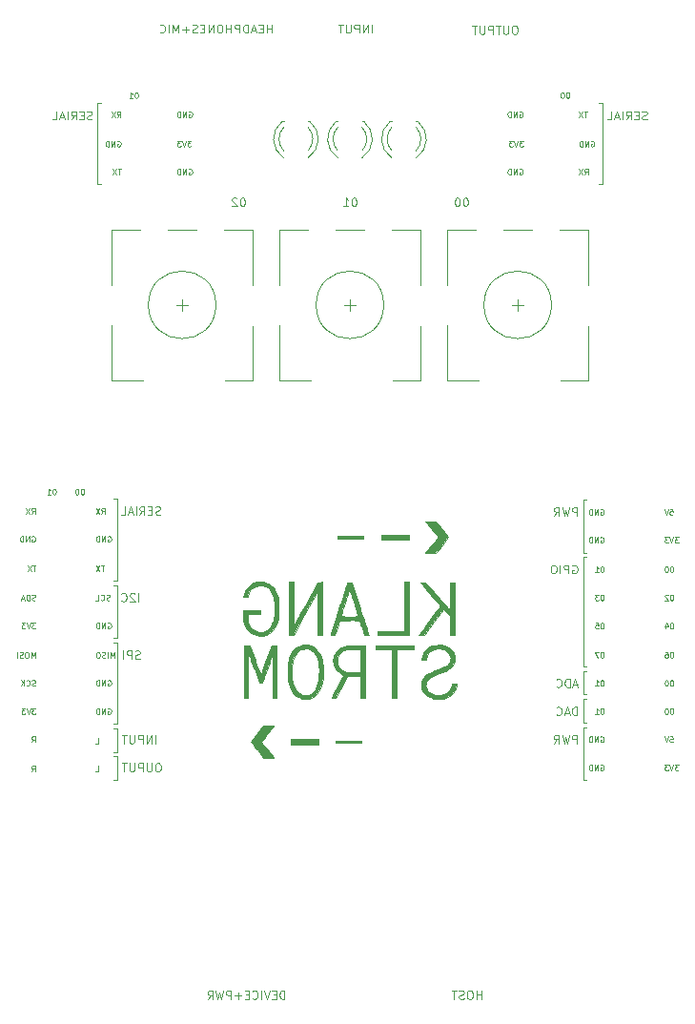
<source format=gbr>
%TF.GenerationSoftware,KiCad,Pcbnew,(5.1.8-0-10_14)*%
%TF.CreationDate,2021-03-24T11:52:58+01:00*%
%TF.ProjectId,KLST_TINY,4b4c5354-5f54-4494-9e59-2e6b69636164,0.1*%
%TF.SameCoordinates,Original*%
%TF.FileFunction,Legend,Bot*%
%TF.FilePolarity,Positive*%
%FSLAX46Y46*%
G04 Gerber Fmt 4.6, Leading zero omitted, Abs format (unit mm)*
G04 Created by KiCad (PCBNEW (5.1.8-0-10_14)) date 2021-03-24 11:52:58*
%MOMM*%
%LPD*%
G01*
G04 APERTURE LIST*
%ADD10C,0.120000*%
%ADD11C,0.100000*%
%ADD12C,0.010000*%
G04 APERTURE END LIST*
D10*
X149700000Y-122200000D02*
X150000000Y-122200000D01*
X149700000Y-126900000D02*
X150000000Y-126900000D01*
X149700000Y-126900000D02*
X149700000Y-122200000D01*
D11*
X149156428Y-123639285D02*
X149156428Y-122889285D01*
X148870714Y-122889285D01*
X148799285Y-122925000D01*
X148763571Y-122960714D01*
X148727857Y-123032142D01*
X148727857Y-123139285D01*
X148763571Y-123210714D01*
X148799285Y-123246428D01*
X148870714Y-123282142D01*
X149156428Y-123282142D01*
X148477857Y-122889285D02*
X148299285Y-123639285D01*
X148156428Y-123103571D01*
X148013571Y-123639285D01*
X147835000Y-122889285D01*
X147120714Y-123639285D02*
X147370714Y-123282142D01*
X147549285Y-123639285D02*
X147549285Y-122889285D01*
X147263571Y-122889285D01*
X147192142Y-122925000D01*
X147156428Y-122960714D01*
X147120714Y-123032142D01*
X147120714Y-123139285D01*
X147156428Y-123210714D01*
X147192142Y-123246428D01*
X147263571Y-123282142D01*
X147549285Y-123282142D01*
X157412619Y-123026190D02*
X157650714Y-123026190D01*
X157674523Y-123264285D01*
X157650714Y-123240476D01*
X157603095Y-123216666D01*
X157484047Y-123216666D01*
X157436428Y-123240476D01*
X157412619Y-123264285D01*
X157388809Y-123311904D01*
X157388809Y-123430952D01*
X157412619Y-123478571D01*
X157436428Y-123502380D01*
X157484047Y-123526190D01*
X157603095Y-123526190D01*
X157650714Y-123502380D01*
X157674523Y-123478571D01*
X157245952Y-123026190D02*
X157079285Y-123526190D01*
X156912619Y-123026190D01*
X151254047Y-123050000D02*
X151301666Y-123026190D01*
X151373095Y-123026190D01*
X151444523Y-123050000D01*
X151492142Y-123097619D01*
X151515952Y-123145238D01*
X151539761Y-123240476D01*
X151539761Y-123311904D01*
X151515952Y-123407142D01*
X151492142Y-123454761D01*
X151444523Y-123502380D01*
X151373095Y-123526190D01*
X151325476Y-123526190D01*
X151254047Y-123502380D01*
X151230238Y-123478571D01*
X151230238Y-123311904D01*
X151325476Y-123311904D01*
X151015952Y-123526190D02*
X151015952Y-123026190D01*
X150730238Y-123526190D01*
X150730238Y-123026190D01*
X150492142Y-123526190D02*
X150492142Y-123026190D01*
X150373095Y-123026190D01*
X150301666Y-123050000D01*
X150254047Y-123097619D01*
X150230238Y-123145238D01*
X150206428Y-123240476D01*
X150206428Y-123311904D01*
X150230238Y-123407142D01*
X150254047Y-123454761D01*
X150301666Y-123502380D01*
X150373095Y-123526190D01*
X150492142Y-123526190D01*
X158174523Y-125526190D02*
X157865000Y-125526190D01*
X158031666Y-125716666D01*
X157960238Y-125716666D01*
X157912619Y-125740476D01*
X157888809Y-125764285D01*
X157865000Y-125811904D01*
X157865000Y-125930952D01*
X157888809Y-125978571D01*
X157912619Y-126002380D01*
X157960238Y-126026190D01*
X158103095Y-126026190D01*
X158150714Y-126002380D01*
X158174523Y-125978571D01*
X157722142Y-125526190D02*
X157555476Y-126026190D01*
X157388809Y-125526190D01*
X157269761Y-125526190D02*
X156960238Y-125526190D01*
X157126904Y-125716666D01*
X157055476Y-125716666D01*
X157007857Y-125740476D01*
X156984047Y-125764285D01*
X156960238Y-125811904D01*
X156960238Y-125930952D01*
X156984047Y-125978571D01*
X157007857Y-126002380D01*
X157055476Y-126026190D01*
X157198333Y-126026190D01*
X157245952Y-126002380D01*
X157269761Y-125978571D01*
X151254047Y-125550000D02*
X151301666Y-125526190D01*
X151373095Y-125526190D01*
X151444523Y-125550000D01*
X151492142Y-125597619D01*
X151515952Y-125645238D01*
X151539761Y-125740476D01*
X151539761Y-125811904D01*
X151515952Y-125907142D01*
X151492142Y-125954761D01*
X151444523Y-126002380D01*
X151373095Y-126026190D01*
X151325476Y-126026190D01*
X151254047Y-126002380D01*
X151230238Y-125978571D01*
X151230238Y-125811904D01*
X151325476Y-125811904D01*
X151015952Y-126026190D02*
X151015952Y-125526190D01*
X150730238Y-126026190D01*
X150730238Y-125526190D01*
X150492142Y-126026190D02*
X150492142Y-125526190D01*
X150373095Y-125526190D01*
X150301666Y-125550000D01*
X150254047Y-125597619D01*
X150230238Y-125645238D01*
X150206428Y-125740476D01*
X150206428Y-125811904D01*
X150230238Y-125907142D01*
X150254047Y-125954761D01*
X150301666Y-126002380D01*
X150373095Y-126026190D01*
X150492142Y-126026190D01*
D10*
X108300000Y-124400000D02*
X108000000Y-124400000D01*
X108300000Y-124800000D02*
X108000000Y-124800000D01*
D11*
X112022142Y-125389285D02*
X111879285Y-125389285D01*
X111807857Y-125425000D01*
X111736428Y-125496428D01*
X111700714Y-125639285D01*
X111700714Y-125889285D01*
X111736428Y-126032142D01*
X111807857Y-126103571D01*
X111879285Y-126139285D01*
X112022142Y-126139285D01*
X112093571Y-126103571D01*
X112165000Y-126032142D01*
X112200714Y-125889285D01*
X112200714Y-125639285D01*
X112165000Y-125496428D01*
X112093571Y-125425000D01*
X112022142Y-125389285D01*
X111379285Y-125389285D02*
X111379285Y-125996428D01*
X111343571Y-126067857D01*
X111307857Y-126103571D01*
X111236428Y-126139285D01*
X111093571Y-126139285D01*
X111022142Y-126103571D01*
X110986428Y-126067857D01*
X110950714Y-125996428D01*
X110950714Y-125389285D01*
X110593571Y-126139285D02*
X110593571Y-125389285D01*
X110307857Y-125389285D01*
X110236428Y-125425000D01*
X110200714Y-125460714D01*
X110165000Y-125532142D01*
X110165000Y-125639285D01*
X110200714Y-125710714D01*
X110236428Y-125746428D01*
X110307857Y-125782142D01*
X110593571Y-125782142D01*
X109843571Y-125389285D02*
X109843571Y-125996428D01*
X109807857Y-126067857D01*
X109772142Y-126103571D01*
X109700714Y-126139285D01*
X109557857Y-126139285D01*
X109486428Y-126103571D01*
X109450714Y-126067857D01*
X109415000Y-125996428D01*
X109415000Y-125389285D01*
X109165000Y-125389285D02*
X108736428Y-125389285D01*
X108950714Y-126139285D02*
X108950714Y-125389285D01*
X100730238Y-123526190D02*
X100896904Y-123288095D01*
X101015952Y-123526190D02*
X101015952Y-123026190D01*
X100825476Y-123026190D01*
X100777857Y-123050000D01*
X100754047Y-123073809D01*
X100730238Y-123121428D01*
X100730238Y-123192857D01*
X100754047Y-123240476D01*
X100777857Y-123264285D01*
X100825476Y-123288095D01*
X101015952Y-123288095D01*
X100730238Y-126126190D02*
X100896904Y-125888095D01*
X101015952Y-126126190D02*
X101015952Y-125626190D01*
X100825476Y-125626190D01*
X100777857Y-125650000D01*
X100754047Y-125673809D01*
X100730238Y-125721428D01*
X100730238Y-125792857D01*
X100754047Y-125840476D01*
X100777857Y-125864285D01*
X100825476Y-125888095D01*
X101015952Y-125888095D01*
X111736428Y-123639285D02*
X111736428Y-122889285D01*
X111379285Y-123639285D02*
X111379285Y-122889285D01*
X110950714Y-123639285D01*
X110950714Y-122889285D01*
X110593571Y-123639285D02*
X110593571Y-122889285D01*
X110307857Y-122889285D01*
X110236428Y-122925000D01*
X110200714Y-122960714D01*
X110165000Y-123032142D01*
X110165000Y-123139285D01*
X110200714Y-123210714D01*
X110236428Y-123246428D01*
X110307857Y-123282142D01*
X110593571Y-123282142D01*
X109843571Y-122889285D02*
X109843571Y-123496428D01*
X109807857Y-123567857D01*
X109772142Y-123603571D01*
X109700714Y-123639285D01*
X109557857Y-123639285D01*
X109486428Y-123603571D01*
X109450714Y-123567857D01*
X109415000Y-123496428D01*
X109415000Y-122889285D01*
X109165000Y-122889285D02*
X108736428Y-122889285D01*
X108950714Y-123639285D02*
X108950714Y-122889285D01*
X106412619Y-126126190D02*
X106650714Y-126126190D01*
X106650714Y-125626190D01*
X106412619Y-123626190D02*
X106650714Y-123626190D01*
X106650714Y-123126190D01*
D10*
X108300000Y-126900000D02*
X108000000Y-126900000D01*
X108300000Y-124800000D02*
X108300000Y-126900000D01*
X108300000Y-122300000D02*
X108000000Y-122300000D01*
X108300000Y-122300000D02*
X108300000Y-124400000D01*
D11*
X110061904Y-65826190D02*
X110014285Y-65826190D01*
X109966666Y-65850000D01*
X109942857Y-65873809D01*
X109919047Y-65921428D01*
X109895238Y-66016666D01*
X109895238Y-66135714D01*
X109919047Y-66230952D01*
X109942857Y-66278571D01*
X109966666Y-66302380D01*
X110014285Y-66326190D01*
X110061904Y-66326190D01*
X110109523Y-66302380D01*
X110133333Y-66278571D01*
X110157142Y-66230952D01*
X110180952Y-66135714D01*
X110180952Y-66016666D01*
X110157142Y-65921428D01*
X110133333Y-65873809D01*
X110109523Y-65850000D01*
X110061904Y-65826190D01*
X109419047Y-66326190D02*
X109704761Y-66326190D01*
X109561904Y-66326190D02*
X109561904Y-65826190D01*
X109609523Y-65897619D01*
X109657142Y-65945238D01*
X109704761Y-65969047D01*
X148361904Y-65826190D02*
X148314285Y-65826190D01*
X148266666Y-65850000D01*
X148242857Y-65873809D01*
X148219047Y-65921428D01*
X148195238Y-66016666D01*
X148195238Y-66135714D01*
X148219047Y-66230952D01*
X148242857Y-66278571D01*
X148266666Y-66302380D01*
X148314285Y-66326190D01*
X148361904Y-66326190D01*
X148409523Y-66302380D01*
X148433333Y-66278571D01*
X148457142Y-66230952D01*
X148480952Y-66135714D01*
X148480952Y-66016666D01*
X148457142Y-65921428D01*
X148433333Y-65873809D01*
X148409523Y-65850000D01*
X148361904Y-65826190D01*
X147885714Y-65826190D02*
X147838095Y-65826190D01*
X147790476Y-65850000D01*
X147766666Y-65873809D01*
X147742857Y-65921428D01*
X147719047Y-66016666D01*
X147719047Y-66135714D01*
X147742857Y-66230952D01*
X147766666Y-66278571D01*
X147790476Y-66302380D01*
X147838095Y-66326190D01*
X147885714Y-66326190D01*
X147933333Y-66302380D01*
X147957142Y-66278571D01*
X147980952Y-66230952D01*
X148004761Y-66135714D01*
X148004761Y-66016666D01*
X147980952Y-65921428D01*
X147957142Y-65873809D01*
X147933333Y-65850000D01*
X147885714Y-65826190D01*
X108354047Y-70150000D02*
X108401666Y-70126190D01*
X108473095Y-70126190D01*
X108544523Y-70150000D01*
X108592142Y-70197619D01*
X108615952Y-70245238D01*
X108639761Y-70340476D01*
X108639761Y-70411904D01*
X108615952Y-70507142D01*
X108592142Y-70554761D01*
X108544523Y-70602380D01*
X108473095Y-70626190D01*
X108425476Y-70626190D01*
X108354047Y-70602380D01*
X108330238Y-70578571D01*
X108330238Y-70411904D01*
X108425476Y-70411904D01*
X108115952Y-70626190D02*
X108115952Y-70126190D01*
X107830238Y-70626190D01*
X107830238Y-70126190D01*
X107592142Y-70626190D02*
X107592142Y-70126190D01*
X107473095Y-70126190D01*
X107401666Y-70150000D01*
X107354047Y-70197619D01*
X107330238Y-70245238D01*
X107306428Y-70340476D01*
X107306428Y-70411904D01*
X107330238Y-70507142D01*
X107354047Y-70554761D01*
X107401666Y-70602380D01*
X107473095Y-70626190D01*
X107592142Y-70626190D01*
X150407857Y-70150000D02*
X150455476Y-70126190D01*
X150526904Y-70126190D01*
X150598333Y-70150000D01*
X150645952Y-70197619D01*
X150669761Y-70245238D01*
X150693571Y-70340476D01*
X150693571Y-70411904D01*
X150669761Y-70507142D01*
X150645952Y-70554761D01*
X150598333Y-70602380D01*
X150526904Y-70626190D01*
X150479285Y-70626190D01*
X150407857Y-70602380D01*
X150384047Y-70578571D01*
X150384047Y-70411904D01*
X150479285Y-70411904D01*
X150169761Y-70626190D02*
X150169761Y-70126190D01*
X149884047Y-70626190D01*
X149884047Y-70126190D01*
X149645952Y-70626190D02*
X149645952Y-70126190D01*
X149526904Y-70126190D01*
X149455476Y-70150000D01*
X149407857Y-70197619D01*
X149384047Y-70245238D01*
X149360238Y-70340476D01*
X149360238Y-70411904D01*
X149384047Y-70507142D01*
X149407857Y-70554761D01*
X149455476Y-70602380D01*
X149526904Y-70626190D01*
X149645952Y-70626190D01*
X102761904Y-101026190D02*
X102714285Y-101026190D01*
X102666666Y-101050000D01*
X102642857Y-101073809D01*
X102619047Y-101121428D01*
X102595238Y-101216666D01*
X102595238Y-101335714D01*
X102619047Y-101430952D01*
X102642857Y-101478571D01*
X102666666Y-101502380D01*
X102714285Y-101526190D01*
X102761904Y-101526190D01*
X102809523Y-101502380D01*
X102833333Y-101478571D01*
X102857142Y-101430952D01*
X102880952Y-101335714D01*
X102880952Y-101216666D01*
X102857142Y-101121428D01*
X102833333Y-101073809D01*
X102809523Y-101050000D01*
X102761904Y-101026190D01*
X102119047Y-101526190D02*
X102404761Y-101526190D01*
X102261904Y-101526190D02*
X102261904Y-101026190D01*
X102309523Y-101097619D01*
X102357142Y-101145238D01*
X102404761Y-101169047D01*
X112172142Y-103303571D02*
X112065000Y-103339285D01*
X111886428Y-103339285D01*
X111815000Y-103303571D01*
X111779285Y-103267857D01*
X111743571Y-103196428D01*
X111743571Y-103125000D01*
X111779285Y-103053571D01*
X111815000Y-103017857D01*
X111886428Y-102982142D01*
X112029285Y-102946428D01*
X112100714Y-102910714D01*
X112136428Y-102875000D01*
X112172142Y-102803571D01*
X112172142Y-102732142D01*
X112136428Y-102660714D01*
X112100714Y-102625000D01*
X112029285Y-102589285D01*
X111850714Y-102589285D01*
X111743571Y-102625000D01*
X111422142Y-102946428D02*
X111172142Y-102946428D01*
X111065000Y-103339285D02*
X111422142Y-103339285D01*
X111422142Y-102589285D01*
X111065000Y-102589285D01*
X110315000Y-103339285D02*
X110565000Y-102982142D01*
X110743571Y-103339285D02*
X110743571Y-102589285D01*
X110457857Y-102589285D01*
X110386428Y-102625000D01*
X110350714Y-102660714D01*
X110315000Y-102732142D01*
X110315000Y-102839285D01*
X110350714Y-102910714D01*
X110386428Y-102946428D01*
X110457857Y-102982142D01*
X110743571Y-102982142D01*
X109993571Y-103339285D02*
X109993571Y-102589285D01*
X109672142Y-103125000D02*
X109315000Y-103125000D01*
X109743571Y-103339285D02*
X109493571Y-102589285D01*
X109243571Y-103339285D01*
X108636428Y-103339285D02*
X108993571Y-103339285D01*
X108993571Y-102589285D01*
D10*
X108300000Y-109200000D02*
X108000000Y-109200000D01*
X108300000Y-101900000D02*
X108300000Y-109200000D01*
X108300000Y-101900000D02*
X108000000Y-101900000D01*
D11*
X105261904Y-101026190D02*
X105214285Y-101026190D01*
X105166666Y-101050000D01*
X105142857Y-101073809D01*
X105119047Y-101121428D01*
X105095238Y-101216666D01*
X105095238Y-101335714D01*
X105119047Y-101430952D01*
X105142857Y-101478571D01*
X105166666Y-101502380D01*
X105214285Y-101526190D01*
X105261904Y-101526190D01*
X105309523Y-101502380D01*
X105333333Y-101478571D01*
X105357142Y-101430952D01*
X105380952Y-101335714D01*
X105380952Y-101216666D01*
X105357142Y-101121428D01*
X105333333Y-101073809D01*
X105309523Y-101050000D01*
X105261904Y-101026190D01*
X104785714Y-101026190D02*
X104738095Y-101026190D01*
X104690476Y-101050000D01*
X104666666Y-101073809D01*
X104642857Y-101121428D01*
X104619047Y-101216666D01*
X104619047Y-101335714D01*
X104642857Y-101430952D01*
X104666666Y-101478571D01*
X104690476Y-101502380D01*
X104738095Y-101526190D01*
X104785714Y-101526190D01*
X104833333Y-101502380D01*
X104857142Y-101478571D01*
X104880952Y-101430952D01*
X104904761Y-101335714D01*
X104904761Y-101216666D01*
X104880952Y-101121428D01*
X104857142Y-101073809D01*
X104833333Y-101050000D01*
X104785714Y-101026190D01*
X107507857Y-105250000D02*
X107555476Y-105226190D01*
X107626904Y-105226190D01*
X107698333Y-105250000D01*
X107745952Y-105297619D01*
X107769761Y-105345238D01*
X107793571Y-105440476D01*
X107793571Y-105511904D01*
X107769761Y-105607142D01*
X107745952Y-105654761D01*
X107698333Y-105702380D01*
X107626904Y-105726190D01*
X107579285Y-105726190D01*
X107507857Y-105702380D01*
X107484047Y-105678571D01*
X107484047Y-105511904D01*
X107579285Y-105511904D01*
X107269761Y-105726190D02*
X107269761Y-105226190D01*
X106984047Y-105726190D01*
X106984047Y-105226190D01*
X106745952Y-105726190D02*
X106745952Y-105226190D01*
X106626904Y-105226190D01*
X106555476Y-105250000D01*
X106507857Y-105297619D01*
X106484047Y-105345238D01*
X106460238Y-105440476D01*
X106460238Y-105511904D01*
X106484047Y-105607142D01*
X106507857Y-105654761D01*
X106555476Y-105702380D01*
X106626904Y-105726190D01*
X106745952Y-105726190D01*
X106936428Y-103226190D02*
X107103095Y-102988095D01*
X107222142Y-103226190D02*
X107222142Y-102726190D01*
X107031666Y-102726190D01*
X106984047Y-102750000D01*
X106960238Y-102773809D01*
X106936428Y-102821428D01*
X106936428Y-102892857D01*
X106960238Y-102940476D01*
X106984047Y-102964285D01*
X107031666Y-102988095D01*
X107222142Y-102988095D01*
X106769761Y-102726190D02*
X106436428Y-103226190D01*
X106436428Y-102726190D02*
X106769761Y-103226190D01*
X100754047Y-105250000D02*
X100801666Y-105226190D01*
X100873095Y-105226190D01*
X100944523Y-105250000D01*
X100992142Y-105297619D01*
X101015952Y-105345238D01*
X101039761Y-105440476D01*
X101039761Y-105511904D01*
X101015952Y-105607142D01*
X100992142Y-105654761D01*
X100944523Y-105702380D01*
X100873095Y-105726190D01*
X100825476Y-105726190D01*
X100754047Y-105702380D01*
X100730238Y-105678571D01*
X100730238Y-105511904D01*
X100825476Y-105511904D01*
X100515952Y-105726190D02*
X100515952Y-105226190D01*
X100230238Y-105726190D01*
X100230238Y-105226190D01*
X99992142Y-105726190D02*
X99992142Y-105226190D01*
X99873095Y-105226190D01*
X99801666Y-105250000D01*
X99754047Y-105297619D01*
X99730238Y-105345238D01*
X99706428Y-105440476D01*
X99706428Y-105511904D01*
X99730238Y-105607142D01*
X99754047Y-105654761D01*
X99801666Y-105702380D01*
X99873095Y-105726190D01*
X99992142Y-105726190D01*
X100730238Y-103226190D02*
X100896904Y-102988095D01*
X101015952Y-103226190D02*
X101015952Y-102726190D01*
X100825476Y-102726190D01*
X100777857Y-102750000D01*
X100754047Y-102773809D01*
X100730238Y-102821428D01*
X100730238Y-102892857D01*
X100754047Y-102940476D01*
X100777857Y-102964285D01*
X100825476Y-102988095D01*
X101015952Y-102988095D01*
X100563571Y-102726190D02*
X100230238Y-103226190D01*
X100230238Y-102726190D02*
X100563571Y-103226190D01*
X107174523Y-107826190D02*
X106888809Y-107826190D01*
X107031666Y-108326190D02*
X107031666Y-107826190D01*
X106769761Y-107826190D02*
X106436428Y-108326190D01*
X106436428Y-107826190D02*
X106769761Y-108326190D01*
X101087380Y-107826190D02*
X100801666Y-107826190D01*
X100944523Y-108326190D02*
X100944523Y-107826190D01*
X100682619Y-107826190D02*
X100349285Y-108326190D01*
X100349285Y-107826190D02*
X100682619Y-108326190D01*
X144363571Y-70126190D02*
X144054047Y-70126190D01*
X144220714Y-70316666D01*
X144149285Y-70316666D01*
X144101666Y-70340476D01*
X144077857Y-70364285D01*
X144054047Y-70411904D01*
X144054047Y-70530952D01*
X144077857Y-70578571D01*
X144101666Y-70602380D01*
X144149285Y-70626190D01*
X144292142Y-70626190D01*
X144339761Y-70602380D01*
X144363571Y-70578571D01*
X143911190Y-70126190D02*
X143744523Y-70626190D01*
X143577857Y-70126190D01*
X143458809Y-70126190D02*
X143149285Y-70126190D01*
X143315952Y-70316666D01*
X143244523Y-70316666D01*
X143196904Y-70340476D01*
X143173095Y-70364285D01*
X143149285Y-70411904D01*
X143149285Y-70530952D01*
X143173095Y-70578571D01*
X143196904Y-70602380D01*
X143244523Y-70626190D01*
X143387380Y-70626190D01*
X143435000Y-70602380D01*
X143458809Y-70578571D01*
X144054047Y-72650000D02*
X144101666Y-72626190D01*
X144173095Y-72626190D01*
X144244523Y-72650000D01*
X144292142Y-72697619D01*
X144315952Y-72745238D01*
X144339761Y-72840476D01*
X144339761Y-72911904D01*
X144315952Y-73007142D01*
X144292142Y-73054761D01*
X144244523Y-73102380D01*
X144173095Y-73126190D01*
X144125476Y-73126190D01*
X144054047Y-73102380D01*
X144030238Y-73078571D01*
X144030238Y-72911904D01*
X144125476Y-72911904D01*
X143815952Y-73126190D02*
X143815952Y-72626190D01*
X143530238Y-73126190D01*
X143530238Y-72626190D01*
X143292142Y-73126190D02*
X143292142Y-72626190D01*
X143173095Y-72626190D01*
X143101666Y-72650000D01*
X143054047Y-72697619D01*
X143030238Y-72745238D01*
X143006428Y-72840476D01*
X143006428Y-72911904D01*
X143030238Y-73007142D01*
X143054047Y-73054761D01*
X143101666Y-73102380D01*
X143173095Y-73126190D01*
X143292142Y-73126190D01*
X144054047Y-67550000D02*
X144101666Y-67526190D01*
X144173095Y-67526190D01*
X144244523Y-67550000D01*
X144292142Y-67597619D01*
X144315952Y-67645238D01*
X144339761Y-67740476D01*
X144339761Y-67811904D01*
X144315952Y-67907142D01*
X144292142Y-67954761D01*
X144244523Y-68002380D01*
X144173095Y-68026190D01*
X144125476Y-68026190D01*
X144054047Y-68002380D01*
X144030238Y-67978571D01*
X144030238Y-67811904D01*
X144125476Y-67811904D01*
X143815952Y-68026190D02*
X143815952Y-67526190D01*
X143530238Y-68026190D01*
X143530238Y-67526190D01*
X143292142Y-68026190D02*
X143292142Y-67526190D01*
X143173095Y-67526190D01*
X143101666Y-67550000D01*
X143054047Y-67597619D01*
X143030238Y-67645238D01*
X143006428Y-67740476D01*
X143006428Y-67811904D01*
X143030238Y-67907142D01*
X143054047Y-67954761D01*
X143101666Y-68002380D01*
X143173095Y-68026190D01*
X143292142Y-68026190D01*
X108330238Y-68026190D02*
X108496904Y-67788095D01*
X108615952Y-68026190D02*
X108615952Y-67526190D01*
X108425476Y-67526190D01*
X108377857Y-67550000D01*
X108354047Y-67573809D01*
X108330238Y-67621428D01*
X108330238Y-67692857D01*
X108354047Y-67740476D01*
X108377857Y-67764285D01*
X108425476Y-67788095D01*
X108615952Y-67788095D01*
X108163571Y-67526190D02*
X107830238Y-68026190D01*
X107830238Y-67526190D02*
X108163571Y-68026190D01*
X108687380Y-72626190D02*
X108401666Y-72626190D01*
X108544523Y-73126190D02*
X108544523Y-72626190D01*
X108282619Y-72626190D02*
X107949285Y-73126190D01*
X107949285Y-72626190D02*
X108282619Y-73126190D01*
D10*
X106600000Y-66800000D02*
X106900000Y-66800000D01*
X106600000Y-74000000D02*
X106600000Y-66800000D01*
X106600000Y-74000000D02*
X106900000Y-74000000D01*
D11*
X106092142Y-68203571D02*
X105985000Y-68239285D01*
X105806428Y-68239285D01*
X105735000Y-68203571D01*
X105699285Y-68167857D01*
X105663571Y-68096428D01*
X105663571Y-68025000D01*
X105699285Y-67953571D01*
X105735000Y-67917857D01*
X105806428Y-67882142D01*
X105949285Y-67846428D01*
X106020714Y-67810714D01*
X106056428Y-67775000D01*
X106092142Y-67703571D01*
X106092142Y-67632142D01*
X106056428Y-67560714D01*
X106020714Y-67525000D01*
X105949285Y-67489285D01*
X105770714Y-67489285D01*
X105663571Y-67525000D01*
X105342142Y-67846428D02*
X105092142Y-67846428D01*
X104985000Y-68239285D02*
X105342142Y-68239285D01*
X105342142Y-67489285D01*
X104985000Y-67489285D01*
X104235000Y-68239285D02*
X104485000Y-67882142D01*
X104663571Y-68239285D02*
X104663571Y-67489285D01*
X104377857Y-67489285D01*
X104306428Y-67525000D01*
X104270714Y-67560714D01*
X104235000Y-67632142D01*
X104235000Y-67739285D01*
X104270714Y-67810714D01*
X104306428Y-67846428D01*
X104377857Y-67882142D01*
X104663571Y-67882142D01*
X103913571Y-68239285D02*
X103913571Y-67489285D01*
X103592142Y-68025000D02*
X103235000Y-68025000D01*
X103663571Y-68239285D02*
X103413571Y-67489285D01*
X103163571Y-68239285D01*
X102556428Y-68239285D02*
X102913571Y-68239285D01*
X102913571Y-67489285D01*
X150074523Y-67526190D02*
X149788809Y-67526190D01*
X149931666Y-68026190D02*
X149931666Y-67526190D01*
X149669761Y-67526190D02*
X149336428Y-68026190D01*
X149336428Y-67526190D02*
X149669761Y-68026190D01*
X149836428Y-73126190D02*
X150003095Y-72888095D01*
X150122142Y-73126190D02*
X150122142Y-72626190D01*
X149931666Y-72626190D01*
X149884047Y-72650000D01*
X149860238Y-72673809D01*
X149836428Y-72721428D01*
X149836428Y-72792857D01*
X149860238Y-72840476D01*
X149884047Y-72864285D01*
X149931666Y-72888095D01*
X150122142Y-72888095D01*
X149669761Y-72626190D02*
X149336428Y-73126190D01*
X149336428Y-72626190D02*
X149669761Y-73126190D01*
D10*
X151400000Y-74000000D02*
X151100000Y-74000000D01*
X151400000Y-66800000D02*
X151400000Y-74000000D01*
X151400000Y-66800000D02*
X151100000Y-66800000D01*
D11*
X114707857Y-67550000D02*
X114755476Y-67526190D01*
X114826904Y-67526190D01*
X114898333Y-67550000D01*
X114945952Y-67597619D01*
X114969761Y-67645238D01*
X114993571Y-67740476D01*
X114993571Y-67811904D01*
X114969761Y-67907142D01*
X114945952Y-67954761D01*
X114898333Y-68002380D01*
X114826904Y-68026190D01*
X114779285Y-68026190D01*
X114707857Y-68002380D01*
X114684047Y-67978571D01*
X114684047Y-67811904D01*
X114779285Y-67811904D01*
X114469761Y-68026190D02*
X114469761Y-67526190D01*
X114184047Y-68026190D01*
X114184047Y-67526190D01*
X113945952Y-68026190D02*
X113945952Y-67526190D01*
X113826904Y-67526190D01*
X113755476Y-67550000D01*
X113707857Y-67597619D01*
X113684047Y-67645238D01*
X113660238Y-67740476D01*
X113660238Y-67811904D01*
X113684047Y-67907142D01*
X113707857Y-67954761D01*
X113755476Y-68002380D01*
X113826904Y-68026190D01*
X113945952Y-68026190D01*
X114707857Y-72650000D02*
X114755476Y-72626190D01*
X114826904Y-72626190D01*
X114898333Y-72650000D01*
X114945952Y-72697619D01*
X114969761Y-72745238D01*
X114993571Y-72840476D01*
X114993571Y-72911904D01*
X114969761Y-73007142D01*
X114945952Y-73054761D01*
X114898333Y-73102380D01*
X114826904Y-73126190D01*
X114779285Y-73126190D01*
X114707857Y-73102380D01*
X114684047Y-73078571D01*
X114684047Y-72911904D01*
X114779285Y-72911904D01*
X114469761Y-73126190D02*
X114469761Y-72626190D01*
X114184047Y-73126190D01*
X114184047Y-72626190D01*
X113945952Y-73126190D02*
X113945952Y-72626190D01*
X113826904Y-72626190D01*
X113755476Y-72650000D01*
X113707857Y-72697619D01*
X113684047Y-72745238D01*
X113660238Y-72840476D01*
X113660238Y-72911904D01*
X113684047Y-73007142D01*
X113707857Y-73054761D01*
X113755476Y-73102380D01*
X113826904Y-73126190D01*
X113945952Y-73126190D01*
X114874523Y-70126190D02*
X114565000Y-70126190D01*
X114731666Y-70316666D01*
X114660238Y-70316666D01*
X114612619Y-70340476D01*
X114588809Y-70364285D01*
X114565000Y-70411904D01*
X114565000Y-70530952D01*
X114588809Y-70578571D01*
X114612619Y-70602380D01*
X114660238Y-70626190D01*
X114803095Y-70626190D01*
X114850714Y-70602380D01*
X114874523Y-70578571D01*
X114422142Y-70126190D02*
X114255476Y-70626190D01*
X114088809Y-70126190D01*
X113969761Y-70126190D02*
X113660238Y-70126190D01*
X113826904Y-70316666D01*
X113755476Y-70316666D01*
X113707857Y-70340476D01*
X113684047Y-70364285D01*
X113660238Y-70411904D01*
X113660238Y-70530952D01*
X113684047Y-70578571D01*
X113707857Y-70602380D01*
X113755476Y-70626190D01*
X113898333Y-70626190D01*
X113945952Y-70602380D01*
X113969761Y-70578571D01*
X155372142Y-68203571D02*
X155265000Y-68239285D01*
X155086428Y-68239285D01*
X155015000Y-68203571D01*
X154979285Y-68167857D01*
X154943571Y-68096428D01*
X154943571Y-68025000D01*
X154979285Y-67953571D01*
X155015000Y-67917857D01*
X155086428Y-67882142D01*
X155229285Y-67846428D01*
X155300714Y-67810714D01*
X155336428Y-67775000D01*
X155372142Y-67703571D01*
X155372142Y-67632142D01*
X155336428Y-67560714D01*
X155300714Y-67525000D01*
X155229285Y-67489285D01*
X155050714Y-67489285D01*
X154943571Y-67525000D01*
X154622142Y-67846428D02*
X154372142Y-67846428D01*
X154265000Y-68239285D02*
X154622142Y-68239285D01*
X154622142Y-67489285D01*
X154265000Y-67489285D01*
X153515000Y-68239285D02*
X153765000Y-67882142D01*
X153943571Y-68239285D02*
X153943571Y-67489285D01*
X153657857Y-67489285D01*
X153586428Y-67525000D01*
X153550714Y-67560714D01*
X153515000Y-67632142D01*
X153515000Y-67739285D01*
X153550714Y-67810714D01*
X153586428Y-67846428D01*
X153657857Y-67882142D01*
X153943571Y-67882142D01*
X153193571Y-68239285D02*
X153193571Y-67489285D01*
X152872142Y-68025000D02*
X152515000Y-68025000D01*
X152943571Y-68239285D02*
X152693571Y-67489285D01*
X152443571Y-68239285D01*
X151836428Y-68239285D02*
X152193571Y-68239285D01*
X152193571Y-67489285D01*
D10*
X149700000Y-106700000D02*
X149700000Y-102000000D01*
X149700000Y-106700000D02*
X150000000Y-106700000D01*
X149700000Y-102000000D02*
X150000000Y-102000000D01*
D11*
X149156428Y-103439285D02*
X149156428Y-102689285D01*
X148870714Y-102689285D01*
X148799285Y-102725000D01*
X148763571Y-102760714D01*
X148727857Y-102832142D01*
X148727857Y-102939285D01*
X148763571Y-103010714D01*
X148799285Y-103046428D01*
X148870714Y-103082142D01*
X149156428Y-103082142D01*
X148477857Y-102689285D02*
X148299285Y-103439285D01*
X148156428Y-102903571D01*
X148013571Y-103439285D01*
X147835000Y-102689285D01*
X147120714Y-103439285D02*
X147370714Y-103082142D01*
X147549285Y-103439285D02*
X147549285Y-102689285D01*
X147263571Y-102689285D01*
X147192142Y-102725000D01*
X147156428Y-102760714D01*
X147120714Y-102832142D01*
X147120714Y-102939285D01*
X147156428Y-103010714D01*
X147192142Y-103046428D01*
X147263571Y-103082142D01*
X147549285Y-103082142D01*
X148763571Y-107825000D02*
X148835000Y-107789285D01*
X148942142Y-107789285D01*
X149049285Y-107825000D01*
X149120714Y-107896428D01*
X149156428Y-107967857D01*
X149192142Y-108110714D01*
X149192142Y-108217857D01*
X149156428Y-108360714D01*
X149120714Y-108432142D01*
X149049285Y-108503571D01*
X148942142Y-108539285D01*
X148870714Y-108539285D01*
X148763571Y-108503571D01*
X148727857Y-108467857D01*
X148727857Y-108217857D01*
X148870714Y-108217857D01*
X148406428Y-108539285D02*
X148406428Y-107789285D01*
X148120714Y-107789285D01*
X148049285Y-107825000D01*
X148013571Y-107860714D01*
X147977857Y-107932142D01*
X147977857Y-108039285D01*
X148013571Y-108110714D01*
X148049285Y-108146428D01*
X148120714Y-108182142D01*
X148406428Y-108182142D01*
X147656428Y-108539285D02*
X147656428Y-107789285D01*
X147156428Y-107789285D02*
X147013571Y-107789285D01*
X146942142Y-107825000D01*
X146870714Y-107896428D01*
X146835000Y-108039285D01*
X146835000Y-108289285D01*
X146870714Y-108432142D01*
X146942142Y-108503571D01*
X147013571Y-108539285D01*
X147156428Y-108539285D01*
X147227857Y-108503571D01*
X147299285Y-108432142D01*
X147335000Y-108289285D01*
X147335000Y-108039285D01*
X147299285Y-107896428D01*
X147227857Y-107825000D01*
X147156428Y-107789285D01*
X149192142Y-118425000D02*
X148835000Y-118425000D01*
X149263571Y-118639285D02*
X149013571Y-117889285D01*
X148763571Y-118639285D01*
X148513571Y-118639285D02*
X148513571Y-117889285D01*
X148335000Y-117889285D01*
X148227857Y-117925000D01*
X148156428Y-117996428D01*
X148120714Y-118067857D01*
X148085000Y-118210714D01*
X148085000Y-118317857D01*
X148120714Y-118460714D01*
X148156428Y-118532142D01*
X148227857Y-118603571D01*
X148335000Y-118639285D01*
X148513571Y-118639285D01*
X147335000Y-118567857D02*
X147370714Y-118603571D01*
X147477857Y-118639285D01*
X147549285Y-118639285D01*
X147656428Y-118603571D01*
X147727857Y-118532142D01*
X147763571Y-118460714D01*
X147799285Y-118317857D01*
X147799285Y-118210714D01*
X147763571Y-118067857D01*
X147727857Y-117996428D01*
X147656428Y-117925000D01*
X147549285Y-117889285D01*
X147477857Y-117889285D01*
X147370714Y-117925000D01*
X147335000Y-117960714D01*
X149156428Y-121139285D02*
X149156428Y-120389285D01*
X148977857Y-120389285D01*
X148870714Y-120425000D01*
X148799285Y-120496428D01*
X148763571Y-120567857D01*
X148727857Y-120710714D01*
X148727857Y-120817857D01*
X148763571Y-120960714D01*
X148799285Y-121032142D01*
X148870714Y-121103571D01*
X148977857Y-121139285D01*
X149156428Y-121139285D01*
X148442142Y-120925000D02*
X148085000Y-120925000D01*
X148513571Y-121139285D02*
X148263571Y-120389285D01*
X148013571Y-121139285D01*
X147335000Y-121067857D02*
X147370714Y-121103571D01*
X147477857Y-121139285D01*
X147549285Y-121139285D01*
X147656428Y-121103571D01*
X147727857Y-121032142D01*
X147763571Y-120960714D01*
X147799285Y-120817857D01*
X147799285Y-120710714D01*
X147763571Y-120567857D01*
X147727857Y-120496428D01*
X147656428Y-120425000D01*
X147549285Y-120389285D01*
X147477857Y-120389285D01*
X147370714Y-120425000D01*
X147335000Y-120460714D01*
D10*
X149700000Y-119300000D02*
X150000000Y-119300000D01*
X149700000Y-119300000D02*
X149700000Y-117200000D01*
X149700000Y-117200000D02*
X150000000Y-117200000D01*
X149700000Y-119700000D02*
X150000000Y-119700000D01*
X149700000Y-121800000D02*
X149700000Y-119700000D01*
X149700000Y-121800000D02*
X150000000Y-121800000D01*
X150000000Y-116800000D02*
X149700000Y-116800000D01*
X149700000Y-116800000D02*
X149700000Y-107100000D01*
X149700000Y-107100000D02*
X150000000Y-107100000D01*
D11*
X110343571Y-116103571D02*
X110236428Y-116139285D01*
X110057857Y-116139285D01*
X109986428Y-116103571D01*
X109950714Y-116067857D01*
X109915000Y-115996428D01*
X109915000Y-115925000D01*
X109950714Y-115853571D01*
X109986428Y-115817857D01*
X110057857Y-115782142D01*
X110200714Y-115746428D01*
X110272142Y-115710714D01*
X110307857Y-115675000D01*
X110343571Y-115603571D01*
X110343571Y-115532142D01*
X110307857Y-115460714D01*
X110272142Y-115425000D01*
X110200714Y-115389285D01*
X110022142Y-115389285D01*
X109915000Y-115425000D01*
X109593571Y-116139285D02*
X109593571Y-115389285D01*
X109307857Y-115389285D01*
X109236428Y-115425000D01*
X109200714Y-115460714D01*
X109165000Y-115532142D01*
X109165000Y-115639285D01*
X109200714Y-115710714D01*
X109236428Y-115746428D01*
X109307857Y-115782142D01*
X109593571Y-115782142D01*
X108843571Y-116139285D02*
X108843571Y-115389285D01*
X110207857Y-111039285D02*
X110207857Y-110289285D01*
X109886428Y-110360714D02*
X109850714Y-110325000D01*
X109779285Y-110289285D01*
X109600714Y-110289285D01*
X109529285Y-110325000D01*
X109493571Y-110360714D01*
X109457857Y-110432142D01*
X109457857Y-110503571D01*
X109493571Y-110610714D01*
X109922142Y-111039285D01*
X109457857Y-111039285D01*
X108707857Y-110967857D02*
X108743571Y-111003571D01*
X108850714Y-111039285D01*
X108922142Y-111039285D01*
X109029285Y-111003571D01*
X109100714Y-110932142D01*
X109136428Y-110860714D01*
X109172142Y-110717857D01*
X109172142Y-110610714D01*
X109136428Y-110467857D01*
X109100714Y-110396428D01*
X109029285Y-110325000D01*
X108922142Y-110289285D01*
X108850714Y-110289285D01*
X108743571Y-110325000D01*
X108707857Y-110360714D01*
D10*
X108300000Y-114700000D02*
X108000000Y-114700000D01*
X108300000Y-121900000D02*
X108000000Y-121900000D01*
X108300000Y-114700000D02*
X108300000Y-121900000D01*
X108300000Y-114300000D02*
X108000000Y-114300000D01*
X108300000Y-109600000D02*
X108300000Y-114300000D01*
X108300000Y-109600000D02*
X108000000Y-109600000D01*
D11*
X107507857Y-118050000D02*
X107555476Y-118026190D01*
X107626904Y-118026190D01*
X107698333Y-118050000D01*
X107745952Y-118097619D01*
X107769761Y-118145238D01*
X107793571Y-118240476D01*
X107793571Y-118311904D01*
X107769761Y-118407142D01*
X107745952Y-118454761D01*
X107698333Y-118502380D01*
X107626904Y-118526190D01*
X107579285Y-118526190D01*
X107507857Y-118502380D01*
X107484047Y-118478571D01*
X107484047Y-118311904D01*
X107579285Y-118311904D01*
X107269761Y-118526190D02*
X107269761Y-118026190D01*
X106984047Y-118526190D01*
X106984047Y-118026190D01*
X106745952Y-118526190D02*
X106745952Y-118026190D01*
X106626904Y-118026190D01*
X106555476Y-118050000D01*
X106507857Y-118097619D01*
X106484047Y-118145238D01*
X106460238Y-118240476D01*
X106460238Y-118311904D01*
X106484047Y-118407142D01*
X106507857Y-118454761D01*
X106555476Y-118502380D01*
X106626904Y-118526190D01*
X106745952Y-118526190D01*
X107507857Y-120550000D02*
X107555476Y-120526190D01*
X107626904Y-120526190D01*
X107698333Y-120550000D01*
X107745952Y-120597619D01*
X107769761Y-120645238D01*
X107793571Y-120740476D01*
X107793571Y-120811904D01*
X107769761Y-120907142D01*
X107745952Y-120954761D01*
X107698333Y-121002380D01*
X107626904Y-121026190D01*
X107579285Y-121026190D01*
X107507857Y-121002380D01*
X107484047Y-120978571D01*
X107484047Y-120811904D01*
X107579285Y-120811904D01*
X107269761Y-121026190D02*
X107269761Y-120526190D01*
X106984047Y-121026190D01*
X106984047Y-120526190D01*
X106745952Y-121026190D02*
X106745952Y-120526190D01*
X106626904Y-120526190D01*
X106555476Y-120550000D01*
X106507857Y-120597619D01*
X106484047Y-120645238D01*
X106460238Y-120740476D01*
X106460238Y-120811904D01*
X106484047Y-120907142D01*
X106507857Y-120954761D01*
X106555476Y-121002380D01*
X106626904Y-121026190D01*
X106745952Y-121026190D01*
X107507857Y-112950000D02*
X107555476Y-112926190D01*
X107626904Y-112926190D01*
X107698333Y-112950000D01*
X107745952Y-112997619D01*
X107769761Y-113045238D01*
X107793571Y-113140476D01*
X107793571Y-113211904D01*
X107769761Y-113307142D01*
X107745952Y-113354761D01*
X107698333Y-113402380D01*
X107626904Y-113426190D01*
X107579285Y-113426190D01*
X107507857Y-113402380D01*
X107484047Y-113378571D01*
X107484047Y-113211904D01*
X107579285Y-113211904D01*
X107269761Y-113426190D02*
X107269761Y-112926190D01*
X106984047Y-113426190D01*
X106984047Y-112926190D01*
X106745952Y-113426190D02*
X106745952Y-112926190D01*
X106626904Y-112926190D01*
X106555476Y-112950000D01*
X106507857Y-112997619D01*
X106484047Y-113045238D01*
X106460238Y-113140476D01*
X106460238Y-113211904D01*
X106484047Y-113307142D01*
X106507857Y-113354761D01*
X106555476Y-113402380D01*
X106626904Y-113426190D01*
X106745952Y-113426190D01*
X108055476Y-116026190D02*
X108055476Y-115526190D01*
X107888809Y-115883333D01*
X107722142Y-115526190D01*
X107722142Y-116026190D01*
X107484047Y-116026190D02*
X107484047Y-115526190D01*
X107269761Y-116002380D02*
X107198333Y-116026190D01*
X107079285Y-116026190D01*
X107031666Y-116002380D01*
X107007857Y-115978571D01*
X106984047Y-115930952D01*
X106984047Y-115883333D01*
X107007857Y-115835714D01*
X107031666Y-115811904D01*
X107079285Y-115788095D01*
X107174523Y-115764285D01*
X107222142Y-115740476D01*
X107245952Y-115716666D01*
X107269761Y-115669047D01*
X107269761Y-115621428D01*
X107245952Y-115573809D01*
X107222142Y-115550000D01*
X107174523Y-115526190D01*
X107055476Y-115526190D01*
X106984047Y-115550000D01*
X106674523Y-115526190D02*
X106579285Y-115526190D01*
X106531666Y-115550000D01*
X106484047Y-115597619D01*
X106460238Y-115692857D01*
X106460238Y-115859523D01*
X106484047Y-115954761D01*
X106531666Y-116002380D01*
X106579285Y-116026190D01*
X106674523Y-116026190D01*
X106722142Y-116002380D01*
X106769761Y-115954761D01*
X106793571Y-115859523D01*
X106793571Y-115692857D01*
X106769761Y-115597619D01*
X106722142Y-115550000D01*
X106674523Y-115526190D01*
X107650714Y-110902380D02*
X107579285Y-110926190D01*
X107460238Y-110926190D01*
X107412619Y-110902380D01*
X107388809Y-110878571D01*
X107365000Y-110830952D01*
X107365000Y-110783333D01*
X107388809Y-110735714D01*
X107412619Y-110711904D01*
X107460238Y-110688095D01*
X107555476Y-110664285D01*
X107603095Y-110640476D01*
X107626904Y-110616666D01*
X107650714Y-110569047D01*
X107650714Y-110521428D01*
X107626904Y-110473809D01*
X107603095Y-110450000D01*
X107555476Y-110426190D01*
X107436428Y-110426190D01*
X107365000Y-110450000D01*
X106865000Y-110878571D02*
X106888809Y-110902380D01*
X106960238Y-110926190D01*
X107007857Y-110926190D01*
X107079285Y-110902380D01*
X107126904Y-110854761D01*
X107150714Y-110807142D01*
X107174523Y-110711904D01*
X107174523Y-110640476D01*
X107150714Y-110545238D01*
X107126904Y-110497619D01*
X107079285Y-110450000D01*
X107007857Y-110426190D01*
X106960238Y-110426190D01*
X106888809Y-110450000D01*
X106865000Y-110473809D01*
X106412619Y-110926190D02*
X106650714Y-110926190D01*
X106650714Y-110426190D01*
X101063571Y-120526190D02*
X100754047Y-120526190D01*
X100920714Y-120716666D01*
X100849285Y-120716666D01*
X100801666Y-120740476D01*
X100777857Y-120764285D01*
X100754047Y-120811904D01*
X100754047Y-120930952D01*
X100777857Y-120978571D01*
X100801666Y-121002380D01*
X100849285Y-121026190D01*
X100992142Y-121026190D01*
X101039761Y-121002380D01*
X101063571Y-120978571D01*
X100611190Y-120526190D02*
X100444523Y-121026190D01*
X100277857Y-120526190D01*
X100158809Y-120526190D02*
X99849285Y-120526190D01*
X100015952Y-120716666D01*
X99944523Y-120716666D01*
X99896904Y-120740476D01*
X99873095Y-120764285D01*
X99849285Y-120811904D01*
X99849285Y-120930952D01*
X99873095Y-120978571D01*
X99896904Y-121002380D01*
X99944523Y-121026190D01*
X100087380Y-121026190D01*
X100135000Y-121002380D01*
X100158809Y-120978571D01*
X101039761Y-118502380D02*
X100968333Y-118526190D01*
X100849285Y-118526190D01*
X100801666Y-118502380D01*
X100777857Y-118478571D01*
X100754047Y-118430952D01*
X100754047Y-118383333D01*
X100777857Y-118335714D01*
X100801666Y-118311904D01*
X100849285Y-118288095D01*
X100944523Y-118264285D01*
X100992142Y-118240476D01*
X101015952Y-118216666D01*
X101039761Y-118169047D01*
X101039761Y-118121428D01*
X101015952Y-118073809D01*
X100992142Y-118050000D01*
X100944523Y-118026190D01*
X100825476Y-118026190D01*
X100754047Y-118050000D01*
X100254047Y-118478571D02*
X100277857Y-118502380D01*
X100349285Y-118526190D01*
X100396904Y-118526190D01*
X100468333Y-118502380D01*
X100515952Y-118454761D01*
X100539761Y-118407142D01*
X100563571Y-118311904D01*
X100563571Y-118240476D01*
X100539761Y-118145238D01*
X100515952Y-118097619D01*
X100468333Y-118050000D01*
X100396904Y-118026190D01*
X100349285Y-118026190D01*
X100277857Y-118050000D01*
X100254047Y-118073809D01*
X100039761Y-118526190D02*
X100039761Y-118026190D01*
X99754047Y-118526190D02*
X99968333Y-118240476D01*
X99754047Y-118026190D02*
X100039761Y-118311904D01*
X101015952Y-116026190D02*
X101015952Y-115526190D01*
X100849285Y-115883333D01*
X100682619Y-115526190D01*
X100682619Y-116026190D01*
X100349285Y-115526190D02*
X100254047Y-115526190D01*
X100206428Y-115550000D01*
X100158809Y-115597619D01*
X100135000Y-115692857D01*
X100135000Y-115859523D01*
X100158809Y-115954761D01*
X100206428Y-116002380D01*
X100254047Y-116026190D01*
X100349285Y-116026190D01*
X100396904Y-116002380D01*
X100444523Y-115954761D01*
X100468333Y-115859523D01*
X100468333Y-115692857D01*
X100444523Y-115597619D01*
X100396904Y-115550000D01*
X100349285Y-115526190D01*
X99944523Y-116002380D02*
X99873095Y-116026190D01*
X99754047Y-116026190D01*
X99706428Y-116002380D01*
X99682619Y-115978571D01*
X99658809Y-115930952D01*
X99658809Y-115883333D01*
X99682619Y-115835714D01*
X99706428Y-115811904D01*
X99754047Y-115788095D01*
X99849285Y-115764285D01*
X99896904Y-115740476D01*
X99920714Y-115716666D01*
X99944523Y-115669047D01*
X99944523Y-115621428D01*
X99920714Y-115573809D01*
X99896904Y-115550000D01*
X99849285Y-115526190D01*
X99730238Y-115526190D01*
X99658809Y-115550000D01*
X99444523Y-116026190D02*
X99444523Y-115526190D01*
X101063571Y-112926190D02*
X100754047Y-112926190D01*
X100920714Y-113116666D01*
X100849285Y-113116666D01*
X100801666Y-113140476D01*
X100777857Y-113164285D01*
X100754047Y-113211904D01*
X100754047Y-113330952D01*
X100777857Y-113378571D01*
X100801666Y-113402380D01*
X100849285Y-113426190D01*
X100992142Y-113426190D01*
X101039761Y-113402380D01*
X101063571Y-113378571D01*
X100611190Y-112926190D02*
X100444523Y-113426190D01*
X100277857Y-112926190D01*
X100158809Y-112926190D02*
X99849285Y-112926190D01*
X100015952Y-113116666D01*
X99944523Y-113116666D01*
X99896904Y-113140476D01*
X99873095Y-113164285D01*
X99849285Y-113211904D01*
X99849285Y-113330952D01*
X99873095Y-113378571D01*
X99896904Y-113402380D01*
X99944523Y-113426190D01*
X100087380Y-113426190D01*
X100135000Y-113402380D01*
X100158809Y-113378571D01*
X101039761Y-110902380D02*
X100968333Y-110926190D01*
X100849285Y-110926190D01*
X100801666Y-110902380D01*
X100777857Y-110878571D01*
X100754047Y-110830952D01*
X100754047Y-110783333D01*
X100777857Y-110735714D01*
X100801666Y-110711904D01*
X100849285Y-110688095D01*
X100944523Y-110664285D01*
X100992142Y-110640476D01*
X101015952Y-110616666D01*
X101039761Y-110569047D01*
X101039761Y-110521428D01*
X101015952Y-110473809D01*
X100992142Y-110450000D01*
X100944523Y-110426190D01*
X100825476Y-110426190D01*
X100754047Y-110450000D01*
X100539761Y-110926190D02*
X100539761Y-110426190D01*
X100420714Y-110426190D01*
X100349285Y-110450000D01*
X100301666Y-110497619D01*
X100277857Y-110545238D01*
X100254047Y-110640476D01*
X100254047Y-110711904D01*
X100277857Y-110807142D01*
X100301666Y-110854761D01*
X100349285Y-110902380D01*
X100420714Y-110926190D01*
X100539761Y-110926190D01*
X100063571Y-110783333D02*
X99825476Y-110783333D01*
X100111190Y-110926190D02*
X99944523Y-110426190D01*
X99777857Y-110926190D01*
X151420714Y-115526190D02*
X151373095Y-115526190D01*
X151325476Y-115550000D01*
X151301666Y-115573809D01*
X151277857Y-115621428D01*
X151254047Y-115716666D01*
X151254047Y-115835714D01*
X151277857Y-115930952D01*
X151301666Y-115978571D01*
X151325476Y-116002380D01*
X151373095Y-116026190D01*
X151420714Y-116026190D01*
X151468333Y-116002380D01*
X151492142Y-115978571D01*
X151515952Y-115930952D01*
X151539761Y-115835714D01*
X151539761Y-115716666D01*
X151515952Y-115621428D01*
X151492142Y-115573809D01*
X151468333Y-115550000D01*
X151420714Y-115526190D01*
X151087380Y-115526190D02*
X150754047Y-115526190D01*
X150968333Y-116026190D01*
X151420714Y-112926190D02*
X151373095Y-112926190D01*
X151325476Y-112950000D01*
X151301666Y-112973809D01*
X151277857Y-113021428D01*
X151254047Y-113116666D01*
X151254047Y-113235714D01*
X151277857Y-113330952D01*
X151301666Y-113378571D01*
X151325476Y-113402380D01*
X151373095Y-113426190D01*
X151420714Y-113426190D01*
X151468333Y-113402380D01*
X151492142Y-113378571D01*
X151515952Y-113330952D01*
X151539761Y-113235714D01*
X151539761Y-113116666D01*
X151515952Y-113021428D01*
X151492142Y-112973809D01*
X151468333Y-112950000D01*
X151420714Y-112926190D01*
X150801666Y-112926190D02*
X151039761Y-112926190D01*
X151063571Y-113164285D01*
X151039761Y-113140476D01*
X150992142Y-113116666D01*
X150873095Y-113116666D01*
X150825476Y-113140476D01*
X150801666Y-113164285D01*
X150777857Y-113211904D01*
X150777857Y-113330952D01*
X150801666Y-113378571D01*
X150825476Y-113402380D01*
X150873095Y-113426190D01*
X150992142Y-113426190D01*
X151039761Y-113402380D01*
X151063571Y-113378571D01*
X151420714Y-110426190D02*
X151373095Y-110426190D01*
X151325476Y-110450000D01*
X151301666Y-110473809D01*
X151277857Y-110521428D01*
X151254047Y-110616666D01*
X151254047Y-110735714D01*
X151277857Y-110830952D01*
X151301666Y-110878571D01*
X151325476Y-110902380D01*
X151373095Y-110926190D01*
X151420714Y-110926190D01*
X151468333Y-110902380D01*
X151492142Y-110878571D01*
X151515952Y-110830952D01*
X151539761Y-110735714D01*
X151539761Y-110616666D01*
X151515952Y-110521428D01*
X151492142Y-110473809D01*
X151468333Y-110450000D01*
X151420714Y-110426190D01*
X151087380Y-110426190D02*
X150777857Y-110426190D01*
X150944523Y-110616666D01*
X150873095Y-110616666D01*
X150825476Y-110640476D01*
X150801666Y-110664285D01*
X150777857Y-110711904D01*
X150777857Y-110830952D01*
X150801666Y-110878571D01*
X150825476Y-110902380D01*
X150873095Y-110926190D01*
X151015952Y-110926190D01*
X151063571Y-110902380D01*
X151087380Y-110878571D01*
X157603095Y-120526190D02*
X157555476Y-120526190D01*
X157507857Y-120550000D01*
X157484047Y-120573809D01*
X157460238Y-120621428D01*
X157436428Y-120716666D01*
X157436428Y-120835714D01*
X157460238Y-120930952D01*
X157484047Y-120978571D01*
X157507857Y-121002380D01*
X157555476Y-121026190D01*
X157603095Y-121026190D01*
X157650714Y-121002380D01*
X157674523Y-120978571D01*
X157698333Y-120930952D01*
X157722142Y-120835714D01*
X157722142Y-120716666D01*
X157698333Y-120621428D01*
X157674523Y-120573809D01*
X157650714Y-120550000D01*
X157603095Y-120526190D01*
X157126904Y-120526190D02*
X157079285Y-120526190D01*
X157031666Y-120550000D01*
X157007857Y-120573809D01*
X156984047Y-120621428D01*
X156960238Y-120716666D01*
X156960238Y-120835714D01*
X156984047Y-120930952D01*
X157007857Y-120978571D01*
X157031666Y-121002380D01*
X157079285Y-121026190D01*
X157126904Y-121026190D01*
X157174523Y-121002380D01*
X157198333Y-120978571D01*
X157222142Y-120930952D01*
X157245952Y-120835714D01*
X157245952Y-120716666D01*
X157222142Y-120621428D01*
X157198333Y-120573809D01*
X157174523Y-120550000D01*
X157126904Y-120526190D01*
X157603095Y-118026190D02*
X157555476Y-118026190D01*
X157507857Y-118050000D01*
X157484047Y-118073809D01*
X157460238Y-118121428D01*
X157436428Y-118216666D01*
X157436428Y-118335714D01*
X157460238Y-118430952D01*
X157484047Y-118478571D01*
X157507857Y-118502380D01*
X157555476Y-118526190D01*
X157603095Y-118526190D01*
X157650714Y-118502380D01*
X157674523Y-118478571D01*
X157698333Y-118430952D01*
X157722142Y-118335714D01*
X157722142Y-118216666D01*
X157698333Y-118121428D01*
X157674523Y-118073809D01*
X157650714Y-118050000D01*
X157603095Y-118026190D01*
X157126904Y-118026190D02*
X157079285Y-118026190D01*
X157031666Y-118050000D01*
X157007857Y-118073809D01*
X156984047Y-118121428D01*
X156960238Y-118216666D01*
X156960238Y-118335714D01*
X156984047Y-118430952D01*
X157007857Y-118478571D01*
X157031666Y-118502380D01*
X157079285Y-118526190D01*
X157126904Y-118526190D01*
X157174523Y-118502380D01*
X157198333Y-118478571D01*
X157222142Y-118430952D01*
X157245952Y-118335714D01*
X157245952Y-118216666D01*
X157222142Y-118121428D01*
X157198333Y-118073809D01*
X157174523Y-118050000D01*
X157126904Y-118026190D01*
X157412619Y-102826190D02*
X157650714Y-102826190D01*
X157674523Y-103064285D01*
X157650714Y-103040476D01*
X157603095Y-103016666D01*
X157484047Y-103016666D01*
X157436428Y-103040476D01*
X157412619Y-103064285D01*
X157388809Y-103111904D01*
X157388809Y-103230952D01*
X157412619Y-103278571D01*
X157436428Y-103302380D01*
X157484047Y-103326190D01*
X157603095Y-103326190D01*
X157650714Y-103302380D01*
X157674523Y-103278571D01*
X157245952Y-102826190D02*
X157079285Y-103326190D01*
X156912619Y-102826190D01*
X151254047Y-102850000D02*
X151301666Y-102826190D01*
X151373095Y-102826190D01*
X151444523Y-102850000D01*
X151492142Y-102897619D01*
X151515952Y-102945238D01*
X151539761Y-103040476D01*
X151539761Y-103111904D01*
X151515952Y-103207142D01*
X151492142Y-103254761D01*
X151444523Y-103302380D01*
X151373095Y-103326190D01*
X151325476Y-103326190D01*
X151254047Y-103302380D01*
X151230238Y-103278571D01*
X151230238Y-103111904D01*
X151325476Y-103111904D01*
X151015952Y-103326190D02*
X151015952Y-102826190D01*
X150730238Y-103326190D01*
X150730238Y-102826190D01*
X150492142Y-103326190D02*
X150492142Y-102826190D01*
X150373095Y-102826190D01*
X150301666Y-102850000D01*
X150254047Y-102897619D01*
X150230238Y-102945238D01*
X150206428Y-103040476D01*
X150206428Y-103111904D01*
X150230238Y-103207142D01*
X150254047Y-103254761D01*
X150301666Y-103302380D01*
X150373095Y-103326190D01*
X150492142Y-103326190D01*
X158174523Y-105326190D02*
X157865000Y-105326190D01*
X158031666Y-105516666D01*
X157960238Y-105516666D01*
X157912619Y-105540476D01*
X157888809Y-105564285D01*
X157865000Y-105611904D01*
X157865000Y-105730952D01*
X157888809Y-105778571D01*
X157912619Y-105802380D01*
X157960238Y-105826190D01*
X158103095Y-105826190D01*
X158150714Y-105802380D01*
X158174523Y-105778571D01*
X157722142Y-105326190D02*
X157555476Y-105826190D01*
X157388809Y-105326190D01*
X157269761Y-105326190D02*
X156960238Y-105326190D01*
X157126904Y-105516666D01*
X157055476Y-105516666D01*
X157007857Y-105540476D01*
X156984047Y-105564285D01*
X156960238Y-105611904D01*
X156960238Y-105730952D01*
X156984047Y-105778571D01*
X157007857Y-105802380D01*
X157055476Y-105826190D01*
X157198333Y-105826190D01*
X157245952Y-105802380D01*
X157269761Y-105778571D01*
X151254047Y-105350000D02*
X151301666Y-105326190D01*
X151373095Y-105326190D01*
X151444523Y-105350000D01*
X151492142Y-105397619D01*
X151515952Y-105445238D01*
X151539761Y-105540476D01*
X151539761Y-105611904D01*
X151515952Y-105707142D01*
X151492142Y-105754761D01*
X151444523Y-105802380D01*
X151373095Y-105826190D01*
X151325476Y-105826190D01*
X151254047Y-105802380D01*
X151230238Y-105778571D01*
X151230238Y-105611904D01*
X151325476Y-105611904D01*
X151015952Y-105826190D02*
X151015952Y-105326190D01*
X150730238Y-105826190D01*
X150730238Y-105326190D01*
X150492142Y-105826190D02*
X150492142Y-105326190D01*
X150373095Y-105326190D01*
X150301666Y-105350000D01*
X150254047Y-105397619D01*
X150230238Y-105445238D01*
X150206428Y-105540476D01*
X150206428Y-105611904D01*
X150230238Y-105707142D01*
X150254047Y-105754761D01*
X150301666Y-105802380D01*
X150373095Y-105826190D01*
X150492142Y-105826190D01*
X157603095Y-110426190D02*
X157555476Y-110426190D01*
X157507857Y-110450000D01*
X157484047Y-110473809D01*
X157460238Y-110521428D01*
X157436428Y-110616666D01*
X157436428Y-110735714D01*
X157460238Y-110830952D01*
X157484047Y-110878571D01*
X157507857Y-110902380D01*
X157555476Y-110926190D01*
X157603095Y-110926190D01*
X157650714Y-110902380D01*
X157674523Y-110878571D01*
X157698333Y-110830952D01*
X157722142Y-110735714D01*
X157722142Y-110616666D01*
X157698333Y-110521428D01*
X157674523Y-110473809D01*
X157650714Y-110450000D01*
X157603095Y-110426190D01*
X157245952Y-110473809D02*
X157222142Y-110450000D01*
X157174523Y-110426190D01*
X157055476Y-110426190D01*
X157007857Y-110450000D01*
X156984047Y-110473809D01*
X156960238Y-110521428D01*
X156960238Y-110569047D01*
X156984047Y-110640476D01*
X157269761Y-110926190D01*
X156960238Y-110926190D01*
X157603095Y-112926190D02*
X157555476Y-112926190D01*
X157507857Y-112950000D01*
X157484047Y-112973809D01*
X157460238Y-113021428D01*
X157436428Y-113116666D01*
X157436428Y-113235714D01*
X157460238Y-113330952D01*
X157484047Y-113378571D01*
X157507857Y-113402380D01*
X157555476Y-113426190D01*
X157603095Y-113426190D01*
X157650714Y-113402380D01*
X157674523Y-113378571D01*
X157698333Y-113330952D01*
X157722142Y-113235714D01*
X157722142Y-113116666D01*
X157698333Y-113021428D01*
X157674523Y-112973809D01*
X157650714Y-112950000D01*
X157603095Y-112926190D01*
X157007857Y-113092857D02*
X157007857Y-113426190D01*
X157126904Y-112902380D02*
X157245952Y-113259523D01*
X156936428Y-113259523D01*
X157603095Y-115526190D02*
X157555476Y-115526190D01*
X157507857Y-115550000D01*
X157484047Y-115573809D01*
X157460238Y-115621428D01*
X157436428Y-115716666D01*
X157436428Y-115835714D01*
X157460238Y-115930952D01*
X157484047Y-115978571D01*
X157507857Y-116002380D01*
X157555476Y-116026190D01*
X157603095Y-116026190D01*
X157650714Y-116002380D01*
X157674523Y-115978571D01*
X157698333Y-115930952D01*
X157722142Y-115835714D01*
X157722142Y-115716666D01*
X157698333Y-115621428D01*
X157674523Y-115573809D01*
X157650714Y-115550000D01*
X157603095Y-115526190D01*
X157007857Y-115526190D02*
X157103095Y-115526190D01*
X157150714Y-115550000D01*
X157174523Y-115573809D01*
X157222142Y-115645238D01*
X157245952Y-115740476D01*
X157245952Y-115930952D01*
X157222142Y-115978571D01*
X157198333Y-116002380D01*
X157150714Y-116026190D01*
X157055476Y-116026190D01*
X157007857Y-116002380D01*
X156984047Y-115978571D01*
X156960238Y-115930952D01*
X156960238Y-115811904D01*
X156984047Y-115764285D01*
X157007857Y-115740476D01*
X157055476Y-115716666D01*
X157150714Y-115716666D01*
X157198333Y-115740476D01*
X157222142Y-115764285D01*
X157245952Y-115811904D01*
X151420714Y-107926190D02*
X151373095Y-107926190D01*
X151325476Y-107950000D01*
X151301666Y-107973809D01*
X151277857Y-108021428D01*
X151254047Y-108116666D01*
X151254047Y-108235714D01*
X151277857Y-108330952D01*
X151301666Y-108378571D01*
X151325476Y-108402380D01*
X151373095Y-108426190D01*
X151420714Y-108426190D01*
X151468333Y-108402380D01*
X151492142Y-108378571D01*
X151515952Y-108330952D01*
X151539761Y-108235714D01*
X151539761Y-108116666D01*
X151515952Y-108021428D01*
X151492142Y-107973809D01*
X151468333Y-107950000D01*
X151420714Y-107926190D01*
X150777857Y-108426190D02*
X151063571Y-108426190D01*
X150920714Y-108426190D02*
X150920714Y-107926190D01*
X150968333Y-107997619D01*
X151015952Y-108045238D01*
X151063571Y-108069047D01*
X157603095Y-107926190D02*
X157555476Y-107926190D01*
X157507857Y-107950000D01*
X157484047Y-107973809D01*
X157460238Y-108021428D01*
X157436428Y-108116666D01*
X157436428Y-108235714D01*
X157460238Y-108330952D01*
X157484047Y-108378571D01*
X157507857Y-108402380D01*
X157555476Y-108426190D01*
X157603095Y-108426190D01*
X157650714Y-108402380D01*
X157674523Y-108378571D01*
X157698333Y-108330952D01*
X157722142Y-108235714D01*
X157722142Y-108116666D01*
X157698333Y-108021428D01*
X157674523Y-107973809D01*
X157650714Y-107950000D01*
X157603095Y-107926190D01*
X157126904Y-107926190D02*
X157079285Y-107926190D01*
X157031666Y-107950000D01*
X157007857Y-107973809D01*
X156984047Y-108021428D01*
X156960238Y-108116666D01*
X156960238Y-108235714D01*
X156984047Y-108330952D01*
X157007857Y-108378571D01*
X157031666Y-108402380D01*
X157079285Y-108426190D01*
X157126904Y-108426190D01*
X157174523Y-108402380D01*
X157198333Y-108378571D01*
X157222142Y-108330952D01*
X157245952Y-108235714D01*
X157245952Y-108116666D01*
X157222142Y-108021428D01*
X157198333Y-107973809D01*
X157174523Y-107950000D01*
X157126904Y-107926190D01*
X119492857Y-75189285D02*
X119421428Y-75189285D01*
X119350000Y-75225000D01*
X119314285Y-75260714D01*
X119278571Y-75332142D01*
X119242857Y-75475000D01*
X119242857Y-75653571D01*
X119278571Y-75796428D01*
X119314285Y-75867857D01*
X119350000Y-75903571D01*
X119421428Y-75939285D01*
X119492857Y-75939285D01*
X119564285Y-75903571D01*
X119600000Y-75867857D01*
X119635714Y-75796428D01*
X119671428Y-75653571D01*
X119671428Y-75475000D01*
X119635714Y-75332142D01*
X119600000Y-75260714D01*
X119564285Y-75225000D01*
X119492857Y-75189285D01*
X118957142Y-75260714D02*
X118921428Y-75225000D01*
X118850000Y-75189285D01*
X118671428Y-75189285D01*
X118600000Y-75225000D01*
X118564285Y-75260714D01*
X118528571Y-75332142D01*
X118528571Y-75403571D01*
X118564285Y-75510714D01*
X118992857Y-75939285D01*
X118528571Y-75939285D01*
X139292857Y-75189285D02*
X139221428Y-75189285D01*
X139150000Y-75225000D01*
X139114285Y-75260714D01*
X139078571Y-75332142D01*
X139042857Y-75475000D01*
X139042857Y-75653571D01*
X139078571Y-75796428D01*
X139114285Y-75867857D01*
X139150000Y-75903571D01*
X139221428Y-75939285D01*
X139292857Y-75939285D01*
X139364285Y-75903571D01*
X139400000Y-75867857D01*
X139435714Y-75796428D01*
X139471428Y-75653571D01*
X139471428Y-75475000D01*
X139435714Y-75332142D01*
X139400000Y-75260714D01*
X139364285Y-75225000D01*
X139292857Y-75189285D01*
X138578571Y-75189285D02*
X138507142Y-75189285D01*
X138435714Y-75225000D01*
X138400000Y-75260714D01*
X138364285Y-75332142D01*
X138328571Y-75475000D01*
X138328571Y-75653571D01*
X138364285Y-75796428D01*
X138400000Y-75867857D01*
X138435714Y-75903571D01*
X138507142Y-75939285D01*
X138578571Y-75939285D01*
X138650000Y-75903571D01*
X138685714Y-75867857D01*
X138721428Y-75796428D01*
X138757142Y-75653571D01*
X138757142Y-75475000D01*
X138721428Y-75332142D01*
X138685714Y-75260714D01*
X138650000Y-75225000D01*
X138578571Y-75189285D01*
X129392857Y-75189285D02*
X129321428Y-75189285D01*
X129250000Y-75225000D01*
X129214285Y-75260714D01*
X129178571Y-75332142D01*
X129142857Y-75475000D01*
X129142857Y-75653571D01*
X129178571Y-75796428D01*
X129214285Y-75867857D01*
X129250000Y-75903571D01*
X129321428Y-75939285D01*
X129392857Y-75939285D01*
X129464285Y-75903571D01*
X129500000Y-75867857D01*
X129535714Y-75796428D01*
X129571428Y-75653571D01*
X129571428Y-75475000D01*
X129535714Y-75332142D01*
X129500000Y-75260714D01*
X129464285Y-75225000D01*
X129392857Y-75189285D01*
X128428571Y-75939285D02*
X128857142Y-75939285D01*
X128642857Y-75939285D02*
X128642857Y-75189285D01*
X128714285Y-75296428D01*
X128785714Y-75367857D01*
X128857142Y-75403571D01*
X122046428Y-60539285D02*
X122046428Y-59789285D01*
X122046428Y-60146428D02*
X121617857Y-60146428D01*
X121617857Y-60539285D02*
X121617857Y-59789285D01*
X121260714Y-60146428D02*
X121010714Y-60146428D01*
X120903571Y-60539285D02*
X121260714Y-60539285D01*
X121260714Y-59789285D01*
X120903571Y-59789285D01*
X120617857Y-60325000D02*
X120260714Y-60325000D01*
X120689285Y-60539285D02*
X120439285Y-59789285D01*
X120189285Y-60539285D01*
X119939285Y-60539285D02*
X119939285Y-59789285D01*
X119760714Y-59789285D01*
X119653571Y-59825000D01*
X119582142Y-59896428D01*
X119546428Y-59967857D01*
X119510714Y-60110714D01*
X119510714Y-60217857D01*
X119546428Y-60360714D01*
X119582142Y-60432142D01*
X119653571Y-60503571D01*
X119760714Y-60539285D01*
X119939285Y-60539285D01*
X119189285Y-60539285D02*
X119189285Y-59789285D01*
X118903571Y-59789285D01*
X118832142Y-59825000D01*
X118796428Y-59860714D01*
X118760714Y-59932142D01*
X118760714Y-60039285D01*
X118796428Y-60110714D01*
X118832142Y-60146428D01*
X118903571Y-60182142D01*
X119189285Y-60182142D01*
X118439285Y-60539285D02*
X118439285Y-59789285D01*
X118439285Y-60146428D02*
X118010714Y-60146428D01*
X118010714Y-60539285D02*
X118010714Y-59789285D01*
X117510714Y-59789285D02*
X117367857Y-59789285D01*
X117296428Y-59825000D01*
X117225000Y-59896428D01*
X117189285Y-60039285D01*
X117189285Y-60289285D01*
X117225000Y-60432142D01*
X117296428Y-60503571D01*
X117367857Y-60539285D01*
X117510714Y-60539285D01*
X117582142Y-60503571D01*
X117653571Y-60432142D01*
X117689285Y-60289285D01*
X117689285Y-60039285D01*
X117653571Y-59896428D01*
X117582142Y-59825000D01*
X117510714Y-59789285D01*
X116867857Y-60539285D02*
X116867857Y-59789285D01*
X116439285Y-60539285D01*
X116439285Y-59789285D01*
X116082142Y-60146428D02*
X115832142Y-60146428D01*
X115725000Y-60539285D02*
X116082142Y-60539285D01*
X116082142Y-59789285D01*
X115725000Y-59789285D01*
X115439285Y-60503571D02*
X115332142Y-60539285D01*
X115153571Y-60539285D01*
X115082142Y-60503571D01*
X115046428Y-60467857D01*
X115010714Y-60396428D01*
X115010714Y-60325000D01*
X115046428Y-60253571D01*
X115082142Y-60217857D01*
X115153571Y-60182142D01*
X115296428Y-60146428D01*
X115367857Y-60110714D01*
X115403571Y-60075000D01*
X115439285Y-60003571D01*
X115439285Y-59932142D01*
X115403571Y-59860714D01*
X115367857Y-59825000D01*
X115296428Y-59789285D01*
X115117857Y-59789285D01*
X115010714Y-59825000D01*
X114689285Y-60253571D02*
X114117857Y-60253571D01*
X114403571Y-60539285D02*
X114403571Y-59967857D01*
X113760714Y-60539285D02*
X113760714Y-59789285D01*
X113510714Y-60325000D01*
X113260714Y-59789285D01*
X113260714Y-60539285D01*
X112903571Y-60539285D02*
X112903571Y-59789285D01*
X112117857Y-60467857D02*
X112153571Y-60503571D01*
X112260714Y-60539285D01*
X112332142Y-60539285D01*
X112439285Y-60503571D01*
X112510714Y-60432142D01*
X112546428Y-60360714D01*
X112582142Y-60217857D01*
X112582142Y-60110714D01*
X112546428Y-59967857D01*
X112510714Y-59896428D01*
X112439285Y-59825000D01*
X112332142Y-59789285D01*
X112260714Y-59789285D01*
X112153571Y-59825000D01*
X112117857Y-59860714D01*
X130946428Y-60539285D02*
X130946428Y-59789285D01*
X130589285Y-60539285D02*
X130589285Y-59789285D01*
X130160714Y-60539285D01*
X130160714Y-59789285D01*
X129803571Y-60539285D02*
X129803571Y-59789285D01*
X129517857Y-59789285D01*
X129446428Y-59825000D01*
X129410714Y-59860714D01*
X129375000Y-59932142D01*
X129375000Y-60039285D01*
X129410714Y-60110714D01*
X129446428Y-60146428D01*
X129517857Y-60182142D01*
X129803571Y-60182142D01*
X129053571Y-59789285D02*
X129053571Y-60396428D01*
X129017857Y-60467857D01*
X128982142Y-60503571D01*
X128910714Y-60539285D01*
X128767857Y-60539285D01*
X128696428Y-60503571D01*
X128660714Y-60467857D01*
X128625000Y-60396428D01*
X128625000Y-59789285D01*
X128375000Y-59789285D02*
X127946428Y-59789285D01*
X128160714Y-60539285D02*
X128160714Y-59789285D01*
X143703571Y-59889285D02*
X143560714Y-59889285D01*
X143489285Y-59925000D01*
X143417857Y-59996428D01*
X143382142Y-60139285D01*
X143382142Y-60389285D01*
X143417857Y-60532142D01*
X143489285Y-60603571D01*
X143560714Y-60639285D01*
X143703571Y-60639285D01*
X143775000Y-60603571D01*
X143846428Y-60532142D01*
X143882142Y-60389285D01*
X143882142Y-60139285D01*
X143846428Y-59996428D01*
X143775000Y-59925000D01*
X143703571Y-59889285D01*
X143060714Y-59889285D02*
X143060714Y-60496428D01*
X143025000Y-60567857D01*
X142989285Y-60603571D01*
X142917857Y-60639285D01*
X142775000Y-60639285D01*
X142703571Y-60603571D01*
X142667857Y-60567857D01*
X142632142Y-60496428D01*
X142632142Y-59889285D01*
X142382142Y-59889285D02*
X141953571Y-59889285D01*
X142167857Y-60639285D02*
X142167857Y-59889285D01*
X141703571Y-60639285D02*
X141703571Y-59889285D01*
X141417857Y-59889285D01*
X141346428Y-59925000D01*
X141310714Y-59960714D01*
X141275000Y-60032142D01*
X141275000Y-60139285D01*
X141310714Y-60210714D01*
X141346428Y-60246428D01*
X141417857Y-60282142D01*
X141703571Y-60282142D01*
X140953571Y-59889285D02*
X140953571Y-60496428D01*
X140917857Y-60567857D01*
X140882142Y-60603571D01*
X140810714Y-60639285D01*
X140667857Y-60639285D01*
X140596428Y-60603571D01*
X140560714Y-60567857D01*
X140525000Y-60496428D01*
X140525000Y-59889285D01*
X140275000Y-59889285D02*
X139846428Y-59889285D01*
X140060714Y-60639285D02*
X140060714Y-59889285D01*
X140650000Y-146339285D02*
X140650000Y-145589285D01*
X140650000Y-145946428D02*
X140221428Y-145946428D01*
X140221428Y-146339285D02*
X140221428Y-145589285D01*
X139721428Y-145589285D02*
X139578571Y-145589285D01*
X139507142Y-145625000D01*
X139435714Y-145696428D01*
X139400000Y-145839285D01*
X139400000Y-146089285D01*
X139435714Y-146232142D01*
X139507142Y-146303571D01*
X139578571Y-146339285D01*
X139721428Y-146339285D01*
X139792857Y-146303571D01*
X139864285Y-146232142D01*
X139900000Y-146089285D01*
X139900000Y-145839285D01*
X139864285Y-145696428D01*
X139792857Y-145625000D01*
X139721428Y-145589285D01*
X139114285Y-146303571D02*
X139007142Y-146339285D01*
X138828571Y-146339285D01*
X138757142Y-146303571D01*
X138721428Y-146267857D01*
X138685714Y-146196428D01*
X138685714Y-146125000D01*
X138721428Y-146053571D01*
X138757142Y-146017857D01*
X138828571Y-145982142D01*
X138971428Y-145946428D01*
X139042857Y-145910714D01*
X139078571Y-145875000D01*
X139114285Y-145803571D01*
X139114285Y-145732142D01*
X139078571Y-145660714D01*
X139042857Y-145625000D01*
X138971428Y-145589285D01*
X138792857Y-145589285D01*
X138685714Y-145625000D01*
X138471428Y-145589285D02*
X138042857Y-145589285D01*
X138257142Y-146339285D02*
X138257142Y-145589285D01*
X123192857Y-146339285D02*
X123192857Y-145589285D01*
X123014285Y-145589285D01*
X122907142Y-145625000D01*
X122835714Y-145696428D01*
X122800000Y-145767857D01*
X122764285Y-145910714D01*
X122764285Y-146017857D01*
X122800000Y-146160714D01*
X122835714Y-146232142D01*
X122907142Y-146303571D01*
X123014285Y-146339285D01*
X123192857Y-146339285D01*
X122442857Y-145946428D02*
X122192857Y-145946428D01*
X122085714Y-146339285D02*
X122442857Y-146339285D01*
X122442857Y-145589285D01*
X122085714Y-145589285D01*
X121871428Y-145589285D02*
X121621428Y-146339285D01*
X121371428Y-145589285D01*
X121121428Y-146339285D02*
X121121428Y-145589285D01*
X120335714Y-146267857D02*
X120371428Y-146303571D01*
X120478571Y-146339285D01*
X120550000Y-146339285D01*
X120657142Y-146303571D01*
X120728571Y-146232142D01*
X120764285Y-146160714D01*
X120800000Y-146017857D01*
X120800000Y-145910714D01*
X120764285Y-145767857D01*
X120728571Y-145696428D01*
X120657142Y-145625000D01*
X120550000Y-145589285D01*
X120478571Y-145589285D01*
X120371428Y-145625000D01*
X120335714Y-145660714D01*
X120014285Y-145946428D02*
X119764285Y-145946428D01*
X119657142Y-146339285D02*
X120014285Y-146339285D01*
X120014285Y-145589285D01*
X119657142Y-145589285D01*
X119335714Y-146053571D02*
X118764285Y-146053571D01*
X119050000Y-146339285D02*
X119050000Y-145767857D01*
X118407142Y-146339285D02*
X118407142Y-145589285D01*
X118121428Y-145589285D01*
X118050000Y-145625000D01*
X118014285Y-145660714D01*
X117978571Y-145732142D01*
X117978571Y-145839285D01*
X118014285Y-145910714D01*
X118050000Y-145946428D01*
X118121428Y-145982142D01*
X118407142Y-145982142D01*
X117728571Y-145589285D02*
X117550000Y-146339285D01*
X117407142Y-145803571D01*
X117264285Y-146339285D01*
X117085714Y-145589285D01*
X116371428Y-146339285D02*
X116621428Y-145982142D01*
X116800000Y-146339285D02*
X116800000Y-145589285D01*
X116514285Y-145589285D01*
X116442857Y-145625000D01*
X116407142Y-145660714D01*
X116371428Y-145732142D01*
X116371428Y-145839285D01*
X116407142Y-145910714D01*
X116442857Y-145946428D01*
X116514285Y-145982142D01*
X116800000Y-145982142D01*
X151420714Y-118026190D02*
X151373095Y-118026190D01*
X151325476Y-118050000D01*
X151301666Y-118073809D01*
X151277857Y-118121428D01*
X151254047Y-118216666D01*
X151254047Y-118335714D01*
X151277857Y-118430952D01*
X151301666Y-118478571D01*
X151325476Y-118502380D01*
X151373095Y-118526190D01*
X151420714Y-118526190D01*
X151468333Y-118502380D01*
X151492142Y-118478571D01*
X151515952Y-118430952D01*
X151539761Y-118335714D01*
X151539761Y-118216666D01*
X151515952Y-118121428D01*
X151492142Y-118073809D01*
X151468333Y-118050000D01*
X151420714Y-118026190D01*
X150777857Y-118526190D02*
X151063571Y-118526190D01*
X150920714Y-118526190D02*
X150920714Y-118026190D01*
X150968333Y-118097619D01*
X151015952Y-118145238D01*
X151063571Y-118169047D01*
X151420714Y-120526190D02*
X151373095Y-120526190D01*
X151325476Y-120550000D01*
X151301666Y-120573809D01*
X151277857Y-120621428D01*
X151254047Y-120716666D01*
X151254047Y-120835714D01*
X151277857Y-120930952D01*
X151301666Y-120978571D01*
X151325476Y-121002380D01*
X151373095Y-121026190D01*
X151420714Y-121026190D01*
X151468333Y-121002380D01*
X151492142Y-120978571D01*
X151515952Y-120930952D01*
X151539761Y-120835714D01*
X151539761Y-120716666D01*
X151515952Y-120621428D01*
X151492142Y-120573809D01*
X151468333Y-120550000D01*
X151420714Y-120526190D01*
X150777857Y-121026190D02*
X151063571Y-121026190D01*
X150920714Y-121026190D02*
X150920714Y-120526190D01*
X150968333Y-120597619D01*
X151015952Y-120645238D01*
X151063571Y-120669047D01*
D10*
%TO.C,D3*%
X125280000Y-68410000D02*
X125436000Y-68410000D01*
X122964000Y-68410000D02*
X123120000Y-68410000D01*
X125279837Y-71011130D02*
G75*
G03*
X125280000Y-68929039I-1079837J1041130D01*
G01*
X123120163Y-71011130D02*
G75*
G02*
X123120000Y-68929039I1079837J1041130D01*
G01*
X125278608Y-71642335D02*
G75*
G03*
X125435516Y-68410000I-1078608J1672335D01*
G01*
X123121392Y-71642335D02*
G75*
G02*
X122964484Y-68410000I1078608J1672335D01*
G01*
%TO.C,D2*%
X130080000Y-68410000D02*
X130236000Y-68410000D01*
X127764000Y-68410000D02*
X127920000Y-68410000D01*
X130079837Y-71011130D02*
G75*
G03*
X130080000Y-68929039I-1079837J1041130D01*
G01*
X127920163Y-71011130D02*
G75*
G02*
X127920000Y-68929039I1079837J1041130D01*
G01*
X130078608Y-71642335D02*
G75*
G03*
X130235516Y-68410000I-1078608J1672335D01*
G01*
X127921392Y-71642335D02*
G75*
G02*
X127764484Y-68410000I1078608J1672335D01*
G01*
%TO.C,D1*%
X134880000Y-68410000D02*
X135036000Y-68410000D01*
X132564000Y-68410000D02*
X132720000Y-68410000D01*
X134879837Y-71011130D02*
G75*
G03*
X134880000Y-68929039I-1079837J1041130D01*
G01*
X132720163Y-71011130D02*
G75*
G02*
X132720000Y-68929039I1079837J1041130D01*
G01*
X134878608Y-71642335D02*
G75*
G03*
X135035516Y-68410000I-1078608J1672335D01*
G01*
X132721392Y-71642335D02*
G75*
G02*
X132564484Y-68410000I1078608J1672335D01*
G01*
D12*
%TO.C,X1*%
G36*
X127906706Y-105422322D02*
G01*
X130220420Y-105422322D01*
X130220420Y-105244345D01*
X127906706Y-105244345D01*
X127906706Y-105422322D01*
G37*
X127906706Y-105422322D02*
X130220420Y-105422322D01*
X130220420Y-105244345D01*
X127906706Y-105244345D01*
X127906706Y-105422322D01*
G36*
X131796796Y-105574875D02*
G01*
X134263063Y-105574875D01*
X134263063Y-105091792D01*
X131796796Y-105091792D01*
X131796796Y-105574875D01*
G37*
X131796796Y-105574875D02*
X134263063Y-105574875D01*
X134263063Y-105091792D01*
X131796796Y-105091792D01*
X131796796Y-105574875D01*
G36*
X135973600Y-103897514D02*
G01*
X135850904Y-103899922D01*
X135768353Y-103904410D01*
X135720603Y-103911363D01*
X135702309Y-103921171D01*
X135703245Y-103928579D01*
X135723375Y-103955397D01*
X135771587Y-104016866D01*
X135843981Y-104108097D01*
X135936661Y-104224205D01*
X136045729Y-104360301D01*
X136167286Y-104511500D01*
X136253497Y-104618472D01*
X136380976Y-104777002D01*
X136498218Y-104923769D01*
X136601379Y-105053884D01*
X136686613Y-105162459D01*
X136750076Y-105244605D01*
X136787923Y-105295433D01*
X136797036Y-105309539D01*
X136784127Y-105334614D01*
X136743414Y-105393939D01*
X136679031Y-105482192D01*
X136595112Y-105594053D01*
X136495791Y-105724201D01*
X136385201Y-105867315D01*
X136267477Y-106018074D01*
X136146752Y-106171157D01*
X136027159Y-106321244D01*
X135912833Y-106463013D01*
X135807908Y-106591144D01*
X135716828Y-106699950D01*
X135706148Y-106715593D01*
X135708767Y-106727039D01*
X135730896Y-106734913D01*
X135778751Y-106739838D01*
X135858544Y-106742439D01*
X135976490Y-106743339D01*
X136138800Y-106743163D01*
X136146960Y-106743140D01*
X136614915Y-106741836D01*
X137182667Y-106032752D01*
X137750419Y-105323669D01*
X137175053Y-104610233D01*
X136599686Y-103896797D01*
X136141786Y-103896797D01*
X135973600Y-103897514D01*
G37*
X135973600Y-103897514D02*
X135850904Y-103899922D01*
X135768353Y-103904410D01*
X135720603Y-103911363D01*
X135702309Y-103921171D01*
X135703245Y-103928579D01*
X135723375Y-103955397D01*
X135771587Y-104016866D01*
X135843981Y-104108097D01*
X135936661Y-104224205D01*
X136045729Y-104360301D01*
X136167286Y-104511500D01*
X136253497Y-104618472D01*
X136380976Y-104777002D01*
X136498218Y-104923769D01*
X136601379Y-105053884D01*
X136686613Y-105162459D01*
X136750076Y-105244605D01*
X136787923Y-105295433D01*
X136797036Y-105309539D01*
X136784127Y-105334614D01*
X136743414Y-105393939D01*
X136679031Y-105482192D01*
X136595112Y-105594053D01*
X136495791Y-105724201D01*
X136385201Y-105867315D01*
X136267477Y-106018074D01*
X136146752Y-106171157D01*
X136027159Y-106321244D01*
X135912833Y-106463013D01*
X135807908Y-106591144D01*
X135716828Y-106699950D01*
X135706148Y-106715593D01*
X135708767Y-106727039D01*
X135730896Y-106734913D01*
X135778751Y-106739838D01*
X135858544Y-106742439D01*
X135976490Y-106743339D01*
X136138800Y-106743163D01*
X136146960Y-106743140D01*
X136614915Y-106741836D01*
X137182667Y-106032752D01*
X137750419Y-105323669D01*
X137175053Y-104610233D01*
X136599686Y-103896797D01*
X136141786Y-103896797D01*
X135973600Y-103897514D01*
G36*
X126311602Y-109317699D02*
G01*
X126114896Y-109325125D01*
X125059400Y-111262387D01*
X124901069Y-111552800D01*
X124749505Y-111830438D01*
X124606494Y-112092048D01*
X124473822Y-112334380D01*
X124353277Y-112554181D01*
X124246646Y-112748200D01*
X124155714Y-112913184D01*
X124082269Y-113045883D01*
X124028098Y-113143043D01*
X123994987Y-113201415D01*
X123984834Y-113218026D01*
X123981816Y-113196206D01*
X123978945Y-113127362D01*
X123976258Y-113015321D01*
X123973794Y-112863910D01*
X123971589Y-112676954D01*
X123969682Y-112458282D01*
X123968109Y-112211719D01*
X123966909Y-111941093D01*
X123966119Y-111650230D01*
X123965777Y-111342957D01*
X123965765Y-111274408D01*
X123965765Y-109312413D01*
X123584384Y-109312413D01*
X123584384Y-114018255D01*
X123778602Y-114010829D01*
X123972821Y-114003404D01*
X125030805Y-112052879D01*
X125188936Y-111761728D01*
X125340340Y-111483709D01*
X125483247Y-111222031D01*
X125615883Y-110979903D01*
X125736480Y-110760534D01*
X125843264Y-110567133D01*
X125934466Y-110402909D01*
X126008314Y-110271072D01*
X126063036Y-110174830D01*
X126096861Y-110117392D01*
X126107857Y-110101478D01*
X126110882Y-110126115D01*
X126113759Y-110197726D01*
X126116450Y-110312434D01*
X126118918Y-110466363D01*
X126121124Y-110655634D01*
X126123032Y-110876372D01*
X126124603Y-111124700D01*
X126125799Y-111396740D01*
X126126583Y-111688616D01*
X126126917Y-111996451D01*
X126126927Y-112058359D01*
X126126927Y-114016116D01*
X126508308Y-114016116D01*
X126508308Y-109310274D01*
X126311602Y-109317699D01*
G37*
X126311602Y-109317699D02*
X126114896Y-109325125D01*
X125059400Y-111262387D01*
X124901069Y-111552800D01*
X124749505Y-111830438D01*
X124606494Y-112092048D01*
X124473822Y-112334380D01*
X124353277Y-112554181D01*
X124246646Y-112748200D01*
X124155714Y-112913184D01*
X124082269Y-113045883D01*
X124028098Y-113143043D01*
X123994987Y-113201415D01*
X123984834Y-113218026D01*
X123981816Y-113196206D01*
X123978945Y-113127362D01*
X123976258Y-113015321D01*
X123973794Y-112863910D01*
X123971589Y-112676954D01*
X123969682Y-112458282D01*
X123968109Y-112211719D01*
X123966909Y-111941093D01*
X123966119Y-111650230D01*
X123965777Y-111342957D01*
X123965765Y-111274408D01*
X123965765Y-109312413D01*
X123584384Y-109312413D01*
X123584384Y-114018255D01*
X123778602Y-114010829D01*
X123972821Y-114003404D01*
X125030805Y-112052879D01*
X125188936Y-111761728D01*
X125340340Y-111483709D01*
X125483247Y-111222031D01*
X125615883Y-110979903D01*
X125736480Y-110760534D01*
X125843264Y-110567133D01*
X125934466Y-110402909D01*
X126008314Y-110271072D01*
X126063036Y-110174830D01*
X126096861Y-110117392D01*
X126107857Y-110101478D01*
X126110882Y-110126115D01*
X126113759Y-110197726D01*
X126116450Y-110312434D01*
X126118918Y-110466363D01*
X126121124Y-110655634D01*
X126123032Y-110876372D01*
X126124603Y-111124700D01*
X126125799Y-111396740D01*
X126126583Y-111688616D01*
X126126917Y-111996451D01*
X126126927Y-112058359D01*
X126126927Y-114016116D01*
X126508308Y-114016116D01*
X126508308Y-109310274D01*
X126311602Y-109317699D01*
G36*
X128822431Y-109321805D02*
G01*
X128793519Y-109330746D01*
X128783732Y-109356481D01*
X128759592Y-109426722D01*
X128722364Y-109537582D01*
X128673314Y-109685175D01*
X128613707Y-109865615D01*
X128544811Y-110075013D01*
X128467891Y-110309485D01*
X128384212Y-110565143D01*
X128295042Y-110838101D01*
X128201647Y-111124473D01*
X128105291Y-111420371D01*
X128007242Y-111721910D01*
X127908765Y-112025202D01*
X127811126Y-112326361D01*
X127715592Y-112621501D01*
X127623428Y-112906735D01*
X127535901Y-113178176D01*
X127454276Y-113431938D01*
X127379820Y-113664135D01*
X127313799Y-113870879D01*
X127282155Y-113970396D01*
X127278305Y-113994312D01*
X127291995Y-114007932D01*
X127332745Y-114013373D01*
X127410074Y-114012749D01*
X127464283Y-114010867D01*
X127661625Y-114003404D01*
X127867161Y-113355055D01*
X128072696Y-112706707D01*
X128947901Y-112700011D01*
X129154132Y-112698982D01*
X129344155Y-112699089D01*
X129511996Y-112700245D01*
X129651685Y-112702367D01*
X129757250Y-112705369D01*
X129822720Y-112709167D01*
X129842219Y-112712724D01*
X129854786Y-112741283D01*
X129880357Y-112811750D01*
X129916697Y-112917522D01*
X129961570Y-113051992D01*
X130012742Y-113208558D01*
X130063886Y-113367768D01*
X130266440Y-114003404D01*
X130459546Y-114010829D01*
X130551230Y-114011924D01*
X130619283Y-114008104D01*
X130651407Y-114000180D01*
X130652438Y-113998117D01*
X130644703Y-113971582D01*
X130622280Y-113900040D01*
X130586244Y-113786827D01*
X130537674Y-113635280D01*
X130477647Y-113448735D01*
X130407239Y-113230531D01*
X130327528Y-112984004D01*
X130239592Y-112712490D01*
X130144507Y-112419327D01*
X130122122Y-112350400D01*
X129737337Y-112350400D01*
X129712939Y-112353646D01*
X129643854Y-112356599D01*
X129536246Y-112359153D01*
X129396278Y-112361206D01*
X129230113Y-112362653D01*
X129043917Y-112363390D01*
X128961861Y-112363464D01*
X128769135Y-112363095D01*
X128593872Y-112362051D01*
X128442236Y-112360426D01*
X128320391Y-112358311D01*
X128234501Y-112355800D01*
X128190728Y-112352987D01*
X128186386Y-112351748D01*
X128193903Y-112325068D01*
X128215674Y-112253649D01*
X128250531Y-112141207D01*
X128297305Y-111991459D01*
X128354827Y-111808119D01*
X128421929Y-111594905D01*
X128497441Y-111355533D01*
X128580195Y-111093719D01*
X128669022Y-110813180D01*
X128762753Y-110517630D01*
X128813129Y-110358978D01*
X128858045Y-110219509D01*
X128897971Y-110099181D01*
X128930347Y-110005415D01*
X128952613Y-109945633D01*
X128962109Y-109927108D01*
X128971218Y-109952130D01*
X128993895Y-110019992D01*
X129028339Y-110125062D01*
X129072748Y-110261709D01*
X129125320Y-110424300D01*
X129184254Y-110607204D01*
X129247747Y-110804789D01*
X129313999Y-111011423D01*
X129381208Y-111221473D01*
X129447571Y-111429308D01*
X129511287Y-111629296D01*
X129570555Y-111815805D01*
X129623572Y-111983203D01*
X129668538Y-112125858D01*
X129703649Y-112238138D01*
X129727106Y-112314411D01*
X129737105Y-112349046D01*
X129737337Y-112350400D01*
X130122122Y-112350400D01*
X130043350Y-112107853D01*
X129937200Y-111781403D01*
X129894941Y-111651552D01*
X129137658Y-109325125D01*
X128976066Y-109317458D01*
X128888902Y-109316549D01*
X128822431Y-109321805D01*
G37*
X128822431Y-109321805D02*
X128793519Y-109330746D01*
X128783732Y-109356481D01*
X128759592Y-109426722D01*
X128722364Y-109537582D01*
X128673314Y-109685175D01*
X128613707Y-109865615D01*
X128544811Y-110075013D01*
X128467891Y-110309485D01*
X128384212Y-110565143D01*
X128295042Y-110838101D01*
X128201647Y-111124473D01*
X128105291Y-111420371D01*
X128007242Y-111721910D01*
X127908765Y-112025202D01*
X127811126Y-112326361D01*
X127715592Y-112621501D01*
X127623428Y-112906735D01*
X127535901Y-113178176D01*
X127454276Y-113431938D01*
X127379820Y-113664135D01*
X127313799Y-113870879D01*
X127282155Y-113970396D01*
X127278305Y-113994312D01*
X127291995Y-114007932D01*
X127332745Y-114013373D01*
X127410074Y-114012749D01*
X127464283Y-114010867D01*
X127661625Y-114003404D01*
X127867161Y-113355055D01*
X128072696Y-112706707D01*
X128947901Y-112700011D01*
X129154132Y-112698982D01*
X129344155Y-112699089D01*
X129511996Y-112700245D01*
X129651685Y-112702367D01*
X129757250Y-112705369D01*
X129822720Y-112709167D01*
X129842219Y-112712724D01*
X129854786Y-112741283D01*
X129880357Y-112811750D01*
X129916697Y-112917522D01*
X129961570Y-113051992D01*
X130012742Y-113208558D01*
X130063886Y-113367768D01*
X130266440Y-114003404D01*
X130459546Y-114010829D01*
X130551230Y-114011924D01*
X130619283Y-114008104D01*
X130651407Y-114000180D01*
X130652438Y-113998117D01*
X130644703Y-113971582D01*
X130622280Y-113900040D01*
X130586244Y-113786827D01*
X130537674Y-113635280D01*
X130477647Y-113448735D01*
X130407239Y-113230531D01*
X130327528Y-112984004D01*
X130239592Y-112712490D01*
X130144507Y-112419327D01*
X130122122Y-112350400D01*
X129737337Y-112350400D01*
X129712939Y-112353646D01*
X129643854Y-112356599D01*
X129536246Y-112359153D01*
X129396278Y-112361206D01*
X129230113Y-112362653D01*
X129043917Y-112363390D01*
X128961861Y-112363464D01*
X128769135Y-112363095D01*
X128593872Y-112362051D01*
X128442236Y-112360426D01*
X128320391Y-112358311D01*
X128234501Y-112355800D01*
X128190728Y-112352987D01*
X128186386Y-112351748D01*
X128193903Y-112325068D01*
X128215674Y-112253649D01*
X128250531Y-112141207D01*
X128297305Y-111991459D01*
X128354827Y-111808119D01*
X128421929Y-111594905D01*
X128497441Y-111355533D01*
X128580195Y-111093719D01*
X128669022Y-110813180D01*
X128762753Y-110517630D01*
X128813129Y-110358978D01*
X128858045Y-110219509D01*
X128897971Y-110099181D01*
X128930347Y-110005415D01*
X128952613Y-109945633D01*
X128962109Y-109927108D01*
X128971218Y-109952130D01*
X128993895Y-110019992D01*
X129028339Y-110125062D01*
X129072748Y-110261709D01*
X129125320Y-110424300D01*
X129184254Y-110607204D01*
X129247747Y-110804789D01*
X129313999Y-111011423D01*
X129381208Y-111221473D01*
X129447571Y-111429308D01*
X129511287Y-111629296D01*
X129570555Y-111815805D01*
X129623572Y-111983203D01*
X129668538Y-112125858D01*
X129703649Y-112238138D01*
X129727106Y-112314411D01*
X129737105Y-112349046D01*
X129737337Y-112350400D01*
X130122122Y-112350400D01*
X130043350Y-112107853D01*
X129937200Y-111781403D01*
X129894941Y-111651552D01*
X129137658Y-109325125D01*
X128976066Y-109317458D01*
X128888902Y-109316549D01*
X128822431Y-109321805D01*
G36*
X133856256Y-113685586D02*
G01*
X131466266Y-113685586D01*
X131466266Y-114016116D01*
X134237637Y-114016116D01*
X134237637Y-109312413D01*
X133856256Y-109312413D01*
X133856256Y-113685586D01*
G37*
X133856256Y-113685586D02*
X131466266Y-113685586D01*
X131466266Y-114016116D01*
X134237637Y-114016116D01*
X134237637Y-109312413D01*
X133856256Y-109312413D01*
X133856256Y-113685586D01*
G36*
X135307941Y-109319540D02*
G01*
X135262109Y-109325908D01*
X135255288Y-109330528D01*
X135271457Y-109353129D01*
X135317683Y-109410691D01*
X135390918Y-109499579D01*
X135488113Y-109616156D01*
X135606220Y-109756786D01*
X135742189Y-109917832D01*
X135892973Y-110095658D01*
X136055523Y-110286628D01*
X136132310Y-110376603D01*
X136317000Y-110593753D01*
X136484079Y-110792040D01*
X136631304Y-110968707D01*
X136756434Y-111121000D01*
X136857225Y-111246163D01*
X136931437Y-111341441D01*
X136976826Y-111404079D01*
X136991151Y-111431321D01*
X136990981Y-111431758D01*
X136971453Y-111459759D01*
X136925039Y-111524363D01*
X136854948Y-111621182D01*
X136764390Y-111745830D01*
X136656575Y-111893920D01*
X136534710Y-112061065D01*
X136402006Y-112242879D01*
X136261672Y-112434974D01*
X136116917Y-112632965D01*
X135970951Y-112832463D01*
X135826982Y-113029084D01*
X135688220Y-113218439D01*
X135557874Y-113396142D01*
X135439154Y-113557807D01*
X135335269Y-113699046D01*
X135249428Y-113815473D01*
X135184840Y-113902702D01*
X135144715Y-113956344D01*
X135132849Y-113971622D01*
X135118210Y-113992124D01*
X135122591Y-114005128D01*
X135153807Y-114012331D01*
X135219670Y-114015427D01*
X135327995Y-114016115D01*
X135337816Y-114016116D01*
X135581411Y-114016116D01*
X136428694Y-112856403D01*
X137275976Y-111696689D01*
X137871974Y-112325325D01*
X137872724Y-113170721D01*
X137873473Y-114016116D01*
X138280545Y-114016116D01*
X138274056Y-111670621D01*
X138267567Y-109325125D01*
X137886186Y-109325125D01*
X137873473Y-110566036D01*
X137860760Y-111806946D01*
X137207830Y-111049119D01*
X137041501Y-110856035D01*
X136866461Y-110652782D01*
X136689996Y-110447823D01*
X136519392Y-110249621D01*
X136361932Y-110066640D01*
X136224905Y-109907344D01*
X136139668Y-109808208D01*
X135724435Y-109325125D01*
X135489545Y-109317815D01*
X135387466Y-109316641D01*
X135307941Y-109319540D01*
G37*
X135307941Y-109319540D02*
X135262109Y-109325908D01*
X135255288Y-109330528D01*
X135271457Y-109353129D01*
X135317683Y-109410691D01*
X135390918Y-109499579D01*
X135488113Y-109616156D01*
X135606220Y-109756786D01*
X135742189Y-109917832D01*
X135892973Y-110095658D01*
X136055523Y-110286628D01*
X136132310Y-110376603D01*
X136317000Y-110593753D01*
X136484079Y-110792040D01*
X136631304Y-110968707D01*
X136756434Y-111121000D01*
X136857225Y-111246163D01*
X136931437Y-111341441D01*
X136976826Y-111404079D01*
X136991151Y-111431321D01*
X136990981Y-111431758D01*
X136971453Y-111459759D01*
X136925039Y-111524363D01*
X136854948Y-111621182D01*
X136764390Y-111745830D01*
X136656575Y-111893920D01*
X136534710Y-112061065D01*
X136402006Y-112242879D01*
X136261672Y-112434974D01*
X136116917Y-112632965D01*
X135970951Y-112832463D01*
X135826982Y-113029084D01*
X135688220Y-113218439D01*
X135557874Y-113396142D01*
X135439154Y-113557807D01*
X135335269Y-113699046D01*
X135249428Y-113815473D01*
X135184840Y-113902702D01*
X135144715Y-113956344D01*
X135132849Y-113971622D01*
X135118210Y-113992124D01*
X135122591Y-114005128D01*
X135153807Y-114012331D01*
X135219670Y-114015427D01*
X135327995Y-114016115D01*
X135337816Y-114016116D01*
X135581411Y-114016116D01*
X136428694Y-112856403D01*
X137275976Y-111696689D01*
X137871974Y-112325325D01*
X137872724Y-113170721D01*
X137873473Y-114016116D01*
X138280545Y-114016116D01*
X138274056Y-111670621D01*
X138267567Y-109325125D01*
X137886186Y-109325125D01*
X137873473Y-110566036D01*
X137860760Y-111806946D01*
X137207830Y-111049119D01*
X137041501Y-110856035D01*
X136866461Y-110652782D01*
X136689996Y-110447823D01*
X136519392Y-110249621D01*
X136361932Y-110066640D01*
X136224905Y-109907344D01*
X136139668Y-109808208D01*
X135724435Y-109325125D01*
X135489545Y-109317815D01*
X135387466Y-109316641D01*
X135307941Y-109319540D01*
G36*
X120966040Y-109267302D02*
G01*
X120679510Y-109301595D01*
X120421323Y-109378072D01*
X120191178Y-109496897D01*
X119988775Y-109658235D01*
X119813815Y-109862253D01*
X119768860Y-109928353D01*
X119709278Y-110035146D01*
X119651497Y-110163900D01*
X119600957Y-110299495D01*
X119563099Y-110426811D01*
X119543362Y-110530726D01*
X119541741Y-110559571D01*
X119541741Y-110634535D01*
X119913509Y-110634535D01*
X119945262Y-110510644D01*
X120027468Y-110278045D01*
X120145788Y-110071786D01*
X120295517Y-109896623D01*
X120471952Y-109757309D01*
X120670390Y-109658601D01*
X120832343Y-109613792D01*
X121067384Y-109593595D01*
X121290651Y-109621565D01*
X121499077Y-109695771D01*
X121689598Y-109814280D01*
X121859151Y-109975161D01*
X122004669Y-110176482D01*
X122123088Y-110416311D01*
X122128970Y-110431131D01*
X122169975Y-110539307D01*
X122202255Y-110636031D01*
X122227003Y-110729867D01*
X122245413Y-110829382D01*
X122258679Y-110943142D01*
X122267995Y-111079712D01*
X122274554Y-111247658D01*
X122279551Y-111455546D01*
X122280804Y-111520503D01*
X122284217Y-111775322D01*
X122283526Y-111987669D01*
X122277940Y-112165815D01*
X122266664Y-112318032D01*
X122248908Y-112452591D01*
X122223879Y-112577762D01*
X122190785Y-112701817D01*
X122157566Y-112807030D01*
X122061908Y-113047310D01*
X121946992Y-113246754D01*
X121808164Y-113413233D01*
X121787133Y-113433806D01*
X121619711Y-113571421D01*
X121447684Y-113664683D01*
X121260673Y-113717305D01*
X121048297Y-113733001D01*
X120959069Y-113730072D01*
X120724849Y-113694031D01*
X120516460Y-113614282D01*
X120334275Y-113491136D01*
X120178666Y-113324904D01*
X120050005Y-113115896D01*
X119958586Y-112894520D01*
X119929568Y-112798674D01*
X119911226Y-112707323D01*
X119901379Y-112603666D01*
X119897850Y-112470900D01*
X119897697Y-112425088D01*
X119897697Y-112135627D01*
X120450700Y-112128774D01*
X121003703Y-112121922D01*
X121003703Y-111791392D01*
X119529029Y-111791392D01*
X119521803Y-112249049D01*
X119520958Y-112474109D01*
X119527471Y-112659095D01*
X119543146Y-112814479D01*
X119569784Y-112950734D01*
X119609187Y-113078332D01*
X119663158Y-113207746D01*
X119699869Y-113283819D01*
X119837793Y-113504499D01*
X120012095Y-113693483D01*
X120217375Y-113848059D01*
X120448227Y-113965517D01*
X120699249Y-114043145D01*
X120965038Y-114078230D01*
X121240192Y-114068061D01*
X121257958Y-114065810D01*
X121517712Y-114006884D01*
X121756393Y-113902246D01*
X121972336Y-113753183D01*
X122163879Y-113560983D01*
X122329361Y-113326935D01*
X122413617Y-113170725D01*
X122482034Y-113023317D01*
X122536304Y-112887597D01*
X122578342Y-112754052D01*
X122610061Y-112613170D01*
X122633376Y-112455439D01*
X122650201Y-112271345D01*
X122662449Y-112051377D01*
X122668134Y-111905806D01*
X122675782Y-111591814D01*
X122674363Y-111320389D01*
X122662754Y-111083875D01*
X122639835Y-110874613D01*
X122604484Y-110684944D01*
X122555579Y-110507211D01*
X122492000Y-110333755D01*
X122412626Y-110156919D01*
X122411834Y-110155285D01*
X122342533Y-110019701D01*
X122277655Y-109913576D01*
X122204313Y-109818555D01*
X122109624Y-109716282D01*
X122088957Y-109695321D01*
X121899445Y-109526465D01*
X121706916Y-109402466D01*
X121502400Y-109319908D01*
X121276928Y-109275371D01*
X121021531Y-109265436D01*
X120966040Y-109267302D01*
G37*
X120966040Y-109267302D02*
X120679510Y-109301595D01*
X120421323Y-109378072D01*
X120191178Y-109496897D01*
X119988775Y-109658235D01*
X119813815Y-109862253D01*
X119768860Y-109928353D01*
X119709278Y-110035146D01*
X119651497Y-110163900D01*
X119600957Y-110299495D01*
X119563099Y-110426811D01*
X119543362Y-110530726D01*
X119541741Y-110559571D01*
X119541741Y-110634535D01*
X119913509Y-110634535D01*
X119945262Y-110510644D01*
X120027468Y-110278045D01*
X120145788Y-110071786D01*
X120295517Y-109896623D01*
X120471952Y-109757309D01*
X120670390Y-109658601D01*
X120832343Y-109613792D01*
X121067384Y-109593595D01*
X121290651Y-109621565D01*
X121499077Y-109695771D01*
X121689598Y-109814280D01*
X121859151Y-109975161D01*
X122004669Y-110176482D01*
X122123088Y-110416311D01*
X122128970Y-110431131D01*
X122169975Y-110539307D01*
X122202255Y-110636031D01*
X122227003Y-110729867D01*
X122245413Y-110829382D01*
X122258679Y-110943142D01*
X122267995Y-111079712D01*
X122274554Y-111247658D01*
X122279551Y-111455546D01*
X122280804Y-111520503D01*
X122284217Y-111775322D01*
X122283526Y-111987669D01*
X122277940Y-112165815D01*
X122266664Y-112318032D01*
X122248908Y-112452591D01*
X122223879Y-112577762D01*
X122190785Y-112701817D01*
X122157566Y-112807030D01*
X122061908Y-113047310D01*
X121946992Y-113246754D01*
X121808164Y-113413233D01*
X121787133Y-113433806D01*
X121619711Y-113571421D01*
X121447684Y-113664683D01*
X121260673Y-113717305D01*
X121048297Y-113733001D01*
X120959069Y-113730072D01*
X120724849Y-113694031D01*
X120516460Y-113614282D01*
X120334275Y-113491136D01*
X120178666Y-113324904D01*
X120050005Y-113115896D01*
X119958586Y-112894520D01*
X119929568Y-112798674D01*
X119911226Y-112707323D01*
X119901379Y-112603666D01*
X119897850Y-112470900D01*
X119897697Y-112425088D01*
X119897697Y-112135627D01*
X120450700Y-112128774D01*
X121003703Y-112121922D01*
X121003703Y-111791392D01*
X119529029Y-111791392D01*
X119521803Y-112249049D01*
X119520958Y-112474109D01*
X119527471Y-112659095D01*
X119543146Y-112814479D01*
X119569784Y-112950734D01*
X119609187Y-113078332D01*
X119663158Y-113207746D01*
X119699869Y-113283819D01*
X119837793Y-113504499D01*
X120012095Y-113693483D01*
X120217375Y-113848059D01*
X120448227Y-113965517D01*
X120699249Y-114043145D01*
X120965038Y-114078230D01*
X121240192Y-114068061D01*
X121257958Y-114065810D01*
X121517712Y-114006884D01*
X121756393Y-113902246D01*
X121972336Y-113753183D01*
X122163879Y-113560983D01*
X122329361Y-113326935D01*
X122413617Y-113170725D01*
X122482034Y-113023317D01*
X122536304Y-112887597D01*
X122578342Y-112754052D01*
X122610061Y-112613170D01*
X122633376Y-112455439D01*
X122650201Y-112271345D01*
X122662449Y-112051377D01*
X122668134Y-111905806D01*
X122675782Y-111591814D01*
X122674363Y-111320389D01*
X122662754Y-111083875D01*
X122639835Y-110874613D01*
X122604484Y-110684944D01*
X122555579Y-110507211D01*
X122492000Y-110333755D01*
X122412626Y-110156919D01*
X122411834Y-110155285D01*
X122342533Y-110019701D01*
X122277655Y-109913576D01*
X122204313Y-109818555D01*
X122109624Y-109716282D01*
X122088957Y-109695321D01*
X121899445Y-109526465D01*
X121706916Y-109402466D01*
X121502400Y-109319908D01*
X121276928Y-109275371D01*
X121021531Y-109265436D01*
X120966040Y-109267302D01*
G36*
X119567167Y-119635135D02*
G01*
X119956905Y-119635135D01*
X119940915Y-117569319D01*
X119924924Y-115503504D01*
X119982405Y-115643344D01*
X120002579Y-115694463D01*
X120038631Y-115788025D01*
X120088599Y-115918854D01*
X120150520Y-116081775D01*
X120222430Y-116271613D01*
X120302367Y-116483191D01*
X120388369Y-116711335D01*
X120478471Y-116950868D01*
X120495895Y-116997247D01*
X120951903Y-118211311D01*
X121085861Y-118211311D01*
X121160613Y-118209719D01*
X121209239Y-118205629D01*
X121219819Y-118202019D01*
X121228158Y-118174513D01*
X121251899Y-118104536D01*
X121289127Y-117997432D01*
X121337928Y-117858541D01*
X121396386Y-117693207D01*
X121462588Y-117506769D01*
X121534619Y-117304572D01*
X121610564Y-117091955D01*
X121688509Y-116874262D01*
X121766539Y-116656834D01*
X121842739Y-116445013D01*
X121915195Y-116244141D01*
X121981993Y-116059559D01*
X122041217Y-115896609D01*
X122090954Y-115760634D01*
X122129288Y-115656975D01*
X122154305Y-115590975D01*
X122163775Y-115568300D01*
X122178416Y-115556383D01*
X122180526Y-115588400D01*
X122176000Y-115630631D01*
X122173661Y-115671944D01*
X122170991Y-115759946D01*
X122168055Y-115890478D01*
X122164914Y-116059380D01*
X122161631Y-116262492D01*
X122158271Y-116495653D01*
X122154894Y-116754705D01*
X122151565Y-117035486D01*
X122148347Y-117333838D01*
X122145301Y-117645601D01*
X122144950Y-117683734D01*
X122127107Y-119635135D01*
X122516516Y-119635135D01*
X122516516Y-114931432D01*
X122268618Y-114931722D01*
X122020720Y-114932013D01*
X121552312Y-116253688D01*
X121464783Y-116500160D01*
X121382309Y-116731427D01*
X121306443Y-116943196D01*
X121238740Y-117131177D01*
X121180753Y-117291078D01*
X121134037Y-117418609D01*
X121100146Y-117509477D01*
X121080632Y-117559392D01*
X121076419Y-117567877D01*
X121066283Y-117543376D01*
X121039844Y-117475626D01*
X120998756Y-117368956D01*
X120944670Y-117227692D01*
X120879237Y-117056162D01*
X120804109Y-116858694D01*
X120720938Y-116639615D01*
X120631376Y-116403252D01*
X120574249Y-116252268D01*
X120079564Y-114944144D01*
X119823366Y-114936898D01*
X119567167Y-114929653D01*
X119567167Y-119635135D01*
G37*
X119567167Y-119635135D02*
X119956905Y-119635135D01*
X119940915Y-117569319D01*
X119924924Y-115503504D01*
X119982405Y-115643344D01*
X120002579Y-115694463D01*
X120038631Y-115788025D01*
X120088599Y-115918854D01*
X120150520Y-116081775D01*
X120222430Y-116271613D01*
X120302367Y-116483191D01*
X120388369Y-116711335D01*
X120478471Y-116950868D01*
X120495895Y-116997247D01*
X120951903Y-118211311D01*
X121085861Y-118211311D01*
X121160613Y-118209719D01*
X121209239Y-118205629D01*
X121219819Y-118202019D01*
X121228158Y-118174513D01*
X121251899Y-118104536D01*
X121289127Y-117997432D01*
X121337928Y-117858541D01*
X121396386Y-117693207D01*
X121462588Y-117506769D01*
X121534619Y-117304572D01*
X121610564Y-117091955D01*
X121688509Y-116874262D01*
X121766539Y-116656834D01*
X121842739Y-116445013D01*
X121915195Y-116244141D01*
X121981993Y-116059559D01*
X122041217Y-115896609D01*
X122090954Y-115760634D01*
X122129288Y-115656975D01*
X122154305Y-115590975D01*
X122163775Y-115568300D01*
X122178416Y-115556383D01*
X122180526Y-115588400D01*
X122176000Y-115630631D01*
X122173661Y-115671944D01*
X122170991Y-115759946D01*
X122168055Y-115890478D01*
X122164914Y-116059380D01*
X122161631Y-116262492D01*
X122158271Y-116495653D01*
X122154894Y-116754705D01*
X122151565Y-117035486D01*
X122148347Y-117333838D01*
X122145301Y-117645601D01*
X122144950Y-117683734D01*
X122127107Y-119635135D01*
X122516516Y-119635135D01*
X122516516Y-114931432D01*
X122268618Y-114931722D01*
X122020720Y-114932013D01*
X121552312Y-116253688D01*
X121464783Y-116500160D01*
X121382309Y-116731427D01*
X121306443Y-116943196D01*
X121238740Y-117131177D01*
X121180753Y-117291078D01*
X121134037Y-117418609D01*
X121100146Y-117509477D01*
X121080632Y-117559392D01*
X121076419Y-117567877D01*
X121066283Y-117543376D01*
X121039844Y-117475626D01*
X120998756Y-117368956D01*
X120944670Y-117227692D01*
X120879237Y-117056162D01*
X120804109Y-116858694D01*
X120720938Y-116639615D01*
X120631376Y-116403252D01*
X120574249Y-116252268D01*
X120079564Y-114944144D01*
X119823366Y-114936898D01*
X119567167Y-114929653D01*
X119567167Y-119635135D01*
G36*
X129514864Y-114937730D02*
G01*
X129268116Y-114941376D01*
X129065374Y-114945848D01*
X128899797Y-114952130D01*
X128764542Y-114961209D01*
X128652765Y-114974069D01*
X128557624Y-114991697D01*
X128472275Y-115015076D01*
X128389876Y-115045193D01*
X128303583Y-115083032D01*
X128216609Y-115124664D01*
X128007459Y-115254180D01*
X127828120Y-115421120D01*
X127683928Y-115618666D01*
X127580224Y-115839997D01*
X127537257Y-115992440D01*
X127503546Y-116262728D01*
X127518225Y-116520080D01*
X127579759Y-116761233D01*
X127686617Y-116982925D01*
X127837264Y-117181897D01*
X128030168Y-117354885D01*
X128239270Y-117485992D01*
X128321988Y-117530392D01*
X128383818Y-117565356D01*
X128413917Y-117584700D01*
X128415215Y-117586340D01*
X128403653Y-117609706D01*
X128370590Y-117673337D01*
X128318455Y-117772629D01*
X128249681Y-117902979D01*
X128166698Y-118059785D01*
X128071938Y-118238444D01*
X127967831Y-118434354D01*
X127895544Y-118570188D01*
X127785811Y-118776554D01*
X127683192Y-118970082D01*
X127590230Y-119145941D01*
X127509466Y-119299299D01*
X127443441Y-119425322D01*
X127394696Y-119519178D01*
X127365774Y-119576035D01*
X127358890Y-119590641D01*
X127355221Y-119612374D01*
X127370599Y-119625563D01*
X127414048Y-119632227D01*
X127494591Y-119634387D01*
X127554386Y-119634399D01*
X127766866Y-119633662D01*
X128275375Y-118655642D01*
X128783883Y-117677621D01*
X129362312Y-117677499D01*
X129940740Y-117677378D01*
X129940740Y-119635135D01*
X130322122Y-119635135D01*
X130322122Y-117346847D01*
X129940740Y-117346847D01*
X129400450Y-117346471D01*
X129182293Y-117344921D01*
X129008366Y-117340365D01*
X128872120Y-117332444D01*
X128767003Y-117320795D01*
X128697097Y-117307659D01*
X128489977Y-117239034D01*
X128311358Y-117134552D01*
X128148508Y-116986765D01*
X128148383Y-116986630D01*
X128020284Y-116813439D01*
X127935733Y-116623163D01*
X127893451Y-116422724D01*
X127892159Y-116219044D01*
X127930577Y-116019044D01*
X128007426Y-115829646D01*
X128121427Y-115657771D01*
X128271301Y-115510341D01*
X128441370Y-115401432D01*
X128540318Y-115356760D01*
X128644644Y-115322269D01*
X128762425Y-115296817D01*
X128901740Y-115279263D01*
X129070664Y-115268468D01*
X129277275Y-115263291D01*
X129425875Y-115262404D01*
X129940740Y-115261962D01*
X129940740Y-117346847D01*
X130322122Y-117346847D01*
X130322122Y-114927122D01*
X129514864Y-114937730D01*
G37*
X129514864Y-114937730D02*
X129268116Y-114941376D01*
X129065374Y-114945848D01*
X128899797Y-114952130D01*
X128764542Y-114961209D01*
X128652765Y-114974069D01*
X128557624Y-114991697D01*
X128472275Y-115015076D01*
X128389876Y-115045193D01*
X128303583Y-115083032D01*
X128216609Y-115124664D01*
X128007459Y-115254180D01*
X127828120Y-115421120D01*
X127683928Y-115618666D01*
X127580224Y-115839997D01*
X127537257Y-115992440D01*
X127503546Y-116262728D01*
X127518225Y-116520080D01*
X127579759Y-116761233D01*
X127686617Y-116982925D01*
X127837264Y-117181897D01*
X128030168Y-117354885D01*
X128239270Y-117485992D01*
X128321988Y-117530392D01*
X128383818Y-117565356D01*
X128413917Y-117584700D01*
X128415215Y-117586340D01*
X128403653Y-117609706D01*
X128370590Y-117673337D01*
X128318455Y-117772629D01*
X128249681Y-117902979D01*
X128166698Y-118059785D01*
X128071938Y-118238444D01*
X127967831Y-118434354D01*
X127895544Y-118570188D01*
X127785811Y-118776554D01*
X127683192Y-118970082D01*
X127590230Y-119145941D01*
X127509466Y-119299299D01*
X127443441Y-119425322D01*
X127394696Y-119519178D01*
X127365774Y-119576035D01*
X127358890Y-119590641D01*
X127355221Y-119612374D01*
X127370599Y-119625563D01*
X127414048Y-119632227D01*
X127494591Y-119634387D01*
X127554386Y-119634399D01*
X127766866Y-119633662D01*
X128275375Y-118655642D01*
X128783883Y-117677621D01*
X129362312Y-117677499D01*
X129940740Y-117677378D01*
X129940740Y-119635135D01*
X130322122Y-119635135D01*
X130322122Y-117346847D01*
X129940740Y-117346847D01*
X129400450Y-117346471D01*
X129182293Y-117344921D01*
X129008366Y-117340365D01*
X128872120Y-117332444D01*
X128767003Y-117320795D01*
X128697097Y-117307659D01*
X128489977Y-117239034D01*
X128311358Y-117134552D01*
X128148508Y-116986765D01*
X128148383Y-116986630D01*
X128020284Y-116813439D01*
X127935733Y-116623163D01*
X127893451Y-116422724D01*
X127892159Y-116219044D01*
X127930577Y-116019044D01*
X128007426Y-115829646D01*
X128121427Y-115657771D01*
X128271301Y-115510341D01*
X128441370Y-115401432D01*
X128540318Y-115356760D01*
X128644644Y-115322269D01*
X128762425Y-115296817D01*
X128901740Y-115279263D01*
X129070664Y-115268468D01*
X129277275Y-115263291D01*
X129425875Y-115262404D01*
X129940740Y-115261962D01*
X129940740Y-117346847D01*
X130322122Y-117346847D01*
X130322122Y-114927122D01*
X129514864Y-114937730D01*
G36*
X131288288Y-115261962D02*
G01*
X132762963Y-115261962D01*
X132762963Y-119635135D01*
X133144060Y-119635135D01*
X133150558Y-117454905D01*
X133157057Y-115274675D01*
X133900750Y-115267934D01*
X134644444Y-115261194D01*
X134644444Y-114931432D01*
X131288288Y-114931432D01*
X131288288Y-115261962D01*
G37*
X131288288Y-115261962D02*
X132762963Y-115261962D01*
X132762963Y-119635135D01*
X133144060Y-119635135D01*
X133150558Y-117454905D01*
X133157057Y-115274675D01*
X133900750Y-115267934D01*
X134644444Y-115261194D01*
X134644444Y-114931432D01*
X131288288Y-114931432D01*
X131288288Y-115261962D01*
G36*
X124942377Y-114884187D02*
G01*
X124778551Y-114898068D01*
X124669531Y-114918598D01*
X124431977Y-115006280D01*
X124216156Y-115139203D01*
X124023863Y-115315827D01*
X123856891Y-115534616D01*
X123765103Y-115694194D01*
X123676243Y-115882325D01*
X123606093Y-116068675D01*
X123552488Y-116263198D01*
X123513266Y-116475846D01*
X123486261Y-116716570D01*
X123469310Y-116995324D01*
X123466560Y-117067167D01*
X123461541Y-117433814D01*
X123474214Y-117759133D01*
X123505579Y-118049830D01*
X123556638Y-118312611D01*
X123628392Y-118554181D01*
X123721844Y-118781248D01*
X123722852Y-118783384D01*
X123865480Y-119043210D01*
X124026964Y-119256979D01*
X124209466Y-119426663D01*
X124415149Y-119554237D01*
X124646174Y-119641675D01*
X124669879Y-119648060D01*
X124790790Y-119669205D01*
X124941392Y-119680576D01*
X125103345Y-119682180D01*
X125258305Y-119674023D01*
X125387931Y-119656111D01*
X125422954Y-119647805D01*
X125658701Y-119557134D01*
X125873358Y-119421796D01*
X126065041Y-119244206D01*
X126231863Y-119026784D01*
X126371938Y-118771946D01*
X126483382Y-118482109D01*
X126557689Y-118193101D01*
X126596450Y-117946306D01*
X126620631Y-117667439D01*
X126630465Y-117369685D01*
X126629041Y-117268630D01*
X126254032Y-117268630D01*
X126240521Y-117661224D01*
X126200270Y-118014950D01*
X126133604Y-118328941D01*
X126040849Y-118602331D01*
X125922332Y-118834251D01*
X125778378Y-119023836D01*
X125609313Y-119170217D01*
X125518764Y-119225186D01*
X125420601Y-119272161D01*
X125321679Y-119311009D01*
X125256562Y-119330077D01*
X125106528Y-119345616D01*
X124935701Y-119337737D01*
X124767308Y-119308470D01*
X124669585Y-119278724D01*
X124492168Y-119185838D01*
X124330287Y-119047650D01*
X124187042Y-118868164D01*
X124065531Y-118651384D01*
X123968850Y-118401314D01*
X123954873Y-118354975D01*
X123904869Y-118136060D01*
X123868758Y-117880143D01*
X123846619Y-117599163D01*
X123838532Y-117305056D01*
X123844576Y-117009758D01*
X123864829Y-116725208D01*
X123899372Y-116463343D01*
X123941010Y-116263646D01*
X124026722Y-116003743D01*
X124140436Y-115777062D01*
X124278635Y-115585721D01*
X124437802Y-115431837D01*
X124614423Y-115317530D01*
X124804981Y-115244918D01*
X125005960Y-115216118D01*
X125213843Y-115233249D01*
X125425116Y-115298429D01*
X125491932Y-115329314D01*
X125678866Y-115451105D01*
X125840142Y-115616161D01*
X125975436Y-115823657D01*
X126084424Y-116072765D01*
X126166780Y-116362659D01*
X126222180Y-116692514D01*
X126250300Y-117061503D01*
X126254032Y-117268630D01*
X126629041Y-117268630D01*
X126626186Y-117066230D01*
X126608029Y-116770262D01*
X126576226Y-116494968D01*
X126531012Y-116253534D01*
X126522684Y-116219458D01*
X126427049Y-115919359D01*
X126301698Y-115651453D01*
X126149070Y-115418632D01*
X125971599Y-115223786D01*
X125771722Y-115069803D01*
X125551876Y-114959576D01*
X125426838Y-114919556D01*
X125286895Y-114894956D01*
X125118616Y-114883158D01*
X124942377Y-114884187D01*
G37*
X124942377Y-114884187D02*
X124778551Y-114898068D01*
X124669531Y-114918598D01*
X124431977Y-115006280D01*
X124216156Y-115139203D01*
X124023863Y-115315827D01*
X123856891Y-115534616D01*
X123765103Y-115694194D01*
X123676243Y-115882325D01*
X123606093Y-116068675D01*
X123552488Y-116263198D01*
X123513266Y-116475846D01*
X123486261Y-116716570D01*
X123469310Y-116995324D01*
X123466560Y-117067167D01*
X123461541Y-117433814D01*
X123474214Y-117759133D01*
X123505579Y-118049830D01*
X123556638Y-118312611D01*
X123628392Y-118554181D01*
X123721844Y-118781248D01*
X123722852Y-118783384D01*
X123865480Y-119043210D01*
X124026964Y-119256979D01*
X124209466Y-119426663D01*
X124415149Y-119554237D01*
X124646174Y-119641675D01*
X124669879Y-119648060D01*
X124790790Y-119669205D01*
X124941392Y-119680576D01*
X125103345Y-119682180D01*
X125258305Y-119674023D01*
X125387931Y-119656111D01*
X125422954Y-119647805D01*
X125658701Y-119557134D01*
X125873358Y-119421796D01*
X126065041Y-119244206D01*
X126231863Y-119026784D01*
X126371938Y-118771946D01*
X126483382Y-118482109D01*
X126557689Y-118193101D01*
X126596450Y-117946306D01*
X126620631Y-117667439D01*
X126630465Y-117369685D01*
X126629041Y-117268630D01*
X126254032Y-117268630D01*
X126240521Y-117661224D01*
X126200270Y-118014950D01*
X126133604Y-118328941D01*
X126040849Y-118602331D01*
X125922332Y-118834251D01*
X125778378Y-119023836D01*
X125609313Y-119170217D01*
X125518764Y-119225186D01*
X125420601Y-119272161D01*
X125321679Y-119311009D01*
X125256562Y-119330077D01*
X125106528Y-119345616D01*
X124935701Y-119337737D01*
X124767308Y-119308470D01*
X124669585Y-119278724D01*
X124492168Y-119185838D01*
X124330287Y-119047650D01*
X124187042Y-118868164D01*
X124065531Y-118651384D01*
X123968850Y-118401314D01*
X123954873Y-118354975D01*
X123904869Y-118136060D01*
X123868758Y-117880143D01*
X123846619Y-117599163D01*
X123838532Y-117305056D01*
X123844576Y-117009758D01*
X123864829Y-116725208D01*
X123899372Y-116463343D01*
X123941010Y-116263646D01*
X124026722Y-116003743D01*
X124140436Y-115777062D01*
X124278635Y-115585721D01*
X124437802Y-115431837D01*
X124614423Y-115317530D01*
X124804981Y-115244918D01*
X125005960Y-115216118D01*
X125213843Y-115233249D01*
X125425116Y-115298429D01*
X125491932Y-115329314D01*
X125678866Y-115451105D01*
X125840142Y-115616161D01*
X125975436Y-115823657D01*
X126084424Y-116072765D01*
X126166780Y-116362659D01*
X126222180Y-116692514D01*
X126250300Y-117061503D01*
X126254032Y-117268630D01*
X126629041Y-117268630D01*
X126626186Y-117066230D01*
X126608029Y-116770262D01*
X126576226Y-116494968D01*
X126531012Y-116253534D01*
X126522684Y-116219458D01*
X126427049Y-115919359D01*
X126301698Y-115651453D01*
X126149070Y-115418632D01*
X125971599Y-115223786D01*
X125771722Y-115069803D01*
X125551876Y-114959576D01*
X125426838Y-114919556D01*
X125286895Y-114894956D01*
X125118616Y-114883158D01*
X124942377Y-114884187D01*
G36*
X136574084Y-114901638D02*
G01*
X136306284Y-114963338D01*
X136066442Y-115066912D01*
X135852941Y-115213215D01*
X135664167Y-115403104D01*
X135525469Y-115593853D01*
X135477664Y-115689094D01*
X135431430Y-115815540D01*
X135392966Y-115953756D01*
X135368471Y-116084308D01*
X135368090Y-116087313D01*
X135350216Y-116230378D01*
X135548396Y-116222897D01*
X135746577Y-116215416D01*
X135779575Y-116069796D01*
X135854369Y-115845479D01*
X135967728Y-115650737D01*
X136115054Y-115488260D01*
X136291748Y-115360742D01*
X136493209Y-115270873D01*
X136714841Y-115221345D01*
X136952043Y-115214850D01*
X137181117Y-115249444D01*
X137394503Y-115320046D01*
X137577625Y-115421659D01*
X137726985Y-115549794D01*
X137839081Y-115699967D01*
X137910416Y-115867691D01*
X137937488Y-116048479D01*
X137924408Y-116202262D01*
X137877428Y-116364533D01*
X137798342Y-116504408D01*
X137678269Y-116637512D01*
X137675693Y-116639928D01*
X137592434Y-116710651D01*
X137498029Y-116775330D01*
X137385300Y-116837440D01*
X137247070Y-116900456D01*
X137076161Y-116967852D01*
X136865396Y-117043104D01*
X136789142Y-117069147D01*
X136496053Y-117174121D01*
X136248306Y-117276068D01*
X136040758Y-117378060D01*
X135868267Y-117483169D01*
X135725690Y-117594465D01*
X135607884Y-117715020D01*
X135525564Y-117823825D01*
X135431276Y-117983087D01*
X135370813Y-118137502D01*
X135339989Y-118303020D01*
X135334620Y-118495592D01*
X135336505Y-118544543D01*
X135355293Y-118729522D01*
X135396264Y-118884516D01*
X135465906Y-119023816D01*
X135570706Y-119161711D01*
X135659605Y-119256207D01*
X135861446Y-119422960D01*
X136095091Y-119550470D01*
X136359102Y-119637969D01*
X136391105Y-119645378D01*
X136537715Y-119668073D01*
X136714592Y-119680527D01*
X136903033Y-119682670D01*
X137084338Y-119674432D01*
X137239806Y-119655745D01*
X137275976Y-119648670D01*
X137536590Y-119570419D01*
X137774009Y-119456626D01*
X137983748Y-119311599D01*
X138161328Y-119139642D01*
X138302265Y-118945060D01*
X138402079Y-118732160D01*
X138454817Y-118516226D01*
X138464986Y-118428881D01*
X138469078Y-118362248D01*
X138466518Y-118332082D01*
X138437399Y-118322767D01*
X138371140Y-118315975D01*
X138281437Y-118313043D01*
X138271154Y-118313013D01*
X138087051Y-118313013D01*
X138056597Y-118460456D01*
X137986180Y-118684042D01*
X137874996Y-118880095D01*
X137726620Y-119045975D01*
X137544625Y-119179045D01*
X137332584Y-119276667D01*
X137094070Y-119336203D01*
X136844758Y-119355080D01*
X136593427Y-119336691D01*
X136365730Y-119283983D01*
X136166423Y-119199199D01*
X136000267Y-119084585D01*
X135872018Y-118942384D01*
X135831857Y-118877290D01*
X135754877Y-118686481D01*
X135726184Y-118491589D01*
X135744628Y-118299413D01*
X135809058Y-118116755D01*
X135918326Y-117950412D01*
X136003479Y-117862569D01*
X136095714Y-117787950D01*
X136202981Y-117718396D01*
X136332391Y-117650464D01*
X136491054Y-117580707D01*
X136686080Y-117505681D01*
X136885204Y-117435383D01*
X137182048Y-117327815D01*
X137433189Y-117223557D01*
X137643401Y-117119772D01*
X137817460Y-117013627D01*
X137960141Y-116902288D01*
X138076218Y-116782920D01*
X138149825Y-116684722D01*
X138250972Y-116503890D01*
X138309482Y-116321676D01*
X138330803Y-116120155D01*
X138331131Y-116088288D01*
X138307423Y-115855630D01*
X138238636Y-115640885D01*
X138128272Y-115446952D01*
X137979835Y-115276729D01*
X137796829Y-115133113D01*
X137582756Y-115019002D01*
X137341121Y-114937294D01*
X137075426Y-114890886D01*
X136871458Y-114880957D01*
X136574084Y-114901638D01*
G37*
X136574084Y-114901638D02*
X136306284Y-114963338D01*
X136066442Y-115066912D01*
X135852941Y-115213215D01*
X135664167Y-115403104D01*
X135525469Y-115593853D01*
X135477664Y-115689094D01*
X135431430Y-115815540D01*
X135392966Y-115953756D01*
X135368471Y-116084308D01*
X135368090Y-116087313D01*
X135350216Y-116230378D01*
X135548396Y-116222897D01*
X135746577Y-116215416D01*
X135779575Y-116069796D01*
X135854369Y-115845479D01*
X135967728Y-115650737D01*
X136115054Y-115488260D01*
X136291748Y-115360742D01*
X136493209Y-115270873D01*
X136714841Y-115221345D01*
X136952043Y-115214850D01*
X137181117Y-115249444D01*
X137394503Y-115320046D01*
X137577625Y-115421659D01*
X137726985Y-115549794D01*
X137839081Y-115699967D01*
X137910416Y-115867691D01*
X137937488Y-116048479D01*
X137924408Y-116202262D01*
X137877428Y-116364533D01*
X137798342Y-116504408D01*
X137678269Y-116637512D01*
X137675693Y-116639928D01*
X137592434Y-116710651D01*
X137498029Y-116775330D01*
X137385300Y-116837440D01*
X137247070Y-116900456D01*
X137076161Y-116967852D01*
X136865396Y-117043104D01*
X136789142Y-117069147D01*
X136496053Y-117174121D01*
X136248306Y-117276068D01*
X136040758Y-117378060D01*
X135868267Y-117483169D01*
X135725690Y-117594465D01*
X135607884Y-117715020D01*
X135525564Y-117823825D01*
X135431276Y-117983087D01*
X135370813Y-118137502D01*
X135339989Y-118303020D01*
X135334620Y-118495592D01*
X135336505Y-118544543D01*
X135355293Y-118729522D01*
X135396264Y-118884516D01*
X135465906Y-119023816D01*
X135570706Y-119161711D01*
X135659605Y-119256207D01*
X135861446Y-119422960D01*
X136095091Y-119550470D01*
X136359102Y-119637969D01*
X136391105Y-119645378D01*
X136537715Y-119668073D01*
X136714592Y-119680527D01*
X136903033Y-119682670D01*
X137084338Y-119674432D01*
X137239806Y-119655745D01*
X137275976Y-119648670D01*
X137536590Y-119570419D01*
X137774009Y-119456626D01*
X137983748Y-119311599D01*
X138161328Y-119139642D01*
X138302265Y-118945060D01*
X138402079Y-118732160D01*
X138454817Y-118516226D01*
X138464986Y-118428881D01*
X138469078Y-118362248D01*
X138466518Y-118332082D01*
X138437399Y-118322767D01*
X138371140Y-118315975D01*
X138281437Y-118313043D01*
X138271154Y-118313013D01*
X138087051Y-118313013D01*
X138056597Y-118460456D01*
X137986180Y-118684042D01*
X137874996Y-118880095D01*
X137726620Y-119045975D01*
X137544625Y-119179045D01*
X137332584Y-119276667D01*
X137094070Y-119336203D01*
X136844758Y-119355080D01*
X136593427Y-119336691D01*
X136365730Y-119283983D01*
X136166423Y-119199199D01*
X136000267Y-119084585D01*
X135872018Y-118942384D01*
X135831857Y-118877290D01*
X135754877Y-118686481D01*
X135726184Y-118491589D01*
X135744628Y-118299413D01*
X135809058Y-118116755D01*
X135918326Y-117950412D01*
X136003479Y-117862569D01*
X136095714Y-117787950D01*
X136202981Y-117718396D01*
X136332391Y-117650464D01*
X136491054Y-117580707D01*
X136686080Y-117505681D01*
X136885204Y-117435383D01*
X137182048Y-117327815D01*
X137433189Y-117223557D01*
X137643401Y-117119772D01*
X137817460Y-117013627D01*
X137960141Y-116902288D01*
X138076218Y-116782920D01*
X138149825Y-116684722D01*
X138250972Y-116503890D01*
X138309482Y-116321676D01*
X138330803Y-116120155D01*
X138331131Y-116088288D01*
X138307423Y-115855630D01*
X138238636Y-115640885D01*
X138128272Y-115446952D01*
X137979835Y-115276729D01*
X137796829Y-115133113D01*
X137582756Y-115019002D01*
X137341121Y-114937294D01*
X137075426Y-114890886D01*
X136871458Y-114880957D01*
X136574084Y-114901638D01*
G36*
X127728728Y-123576076D02*
G01*
X130042442Y-123576076D01*
X130042442Y-123398098D01*
X127728728Y-123398098D01*
X127728728Y-123576076D01*
G37*
X127728728Y-123576076D02*
X130042442Y-123576076D01*
X130042442Y-123398098D01*
X127728728Y-123398098D01*
X127728728Y-123576076D01*
G36*
X123762362Y-123728629D02*
G01*
X126228628Y-123728629D01*
X126228628Y-123245546D01*
X123762362Y-123245546D01*
X123762362Y-123728629D01*
G37*
X123762362Y-123728629D02*
X126228628Y-123728629D01*
X126228628Y-123245546D01*
X123762362Y-123245546D01*
X123762362Y-123728629D01*
G36*
X121775936Y-122077390D02*
G01*
X121308808Y-122078804D01*
X120752453Y-122773892D01*
X120622743Y-122936326D01*
X120503584Y-123086276D01*
X120398613Y-123219112D01*
X120311463Y-123330202D01*
X120245771Y-123414916D01*
X120205171Y-123468622D01*
X120193093Y-123486488D01*
X120207780Y-123509652D01*
X120250895Y-123567785D01*
X120318878Y-123656322D01*
X120408170Y-123770704D01*
X120515209Y-123906367D01*
X120636437Y-124058751D01*
X120760669Y-124213810D01*
X121331249Y-124923624D01*
X121784043Y-124923624D01*
X121929417Y-124922874D01*
X122055426Y-124920792D01*
X122154003Y-124917629D01*
X122217082Y-124913635D01*
X122236836Y-124909524D01*
X122221451Y-124887134D01*
X122177706Y-124829794D01*
X122109221Y-124742088D01*
X122019615Y-124628604D01*
X121912508Y-124493927D01*
X121791518Y-124342643D01*
X121677477Y-124200709D01*
X121547308Y-124038595D01*
X121427870Y-123888987D01*
X121322783Y-123756486D01*
X121235670Y-123645695D01*
X121170152Y-123561218D01*
X121129850Y-123507657D01*
X121118118Y-123489785D01*
X121133503Y-123466837D01*
X121177195Y-123409074D01*
X121245495Y-123321197D01*
X121334707Y-123207907D01*
X121441134Y-123073906D01*
X121561078Y-122923896D01*
X121655389Y-122806558D01*
X121784065Y-122646793D01*
X121903176Y-122498877D01*
X122008809Y-122367671D01*
X122097051Y-122258037D01*
X122163988Y-122174837D01*
X122205707Y-122122932D01*
X122217861Y-122107758D01*
X122217255Y-122096243D01*
X122190993Y-122087810D01*
X122133760Y-122082094D01*
X122040239Y-122078728D01*
X121905116Y-122077349D01*
X121775936Y-122077390D01*
G37*
X121775936Y-122077390D02*
X121308808Y-122078804D01*
X120752453Y-122773892D01*
X120622743Y-122936326D01*
X120503584Y-123086276D01*
X120398613Y-123219112D01*
X120311463Y-123330202D01*
X120245771Y-123414916D01*
X120205171Y-123468622D01*
X120193093Y-123486488D01*
X120207780Y-123509652D01*
X120250895Y-123567785D01*
X120318878Y-123656322D01*
X120408170Y-123770704D01*
X120515209Y-123906367D01*
X120636437Y-124058751D01*
X120760669Y-124213810D01*
X121331249Y-124923624D01*
X121784043Y-124923624D01*
X121929417Y-124922874D01*
X122055426Y-124920792D01*
X122154003Y-124917629D01*
X122217082Y-124913635D01*
X122236836Y-124909524D01*
X122221451Y-124887134D01*
X122177706Y-124829794D01*
X122109221Y-124742088D01*
X122019615Y-124628604D01*
X121912508Y-124493927D01*
X121791518Y-124342643D01*
X121677477Y-124200709D01*
X121547308Y-124038595D01*
X121427870Y-123888987D01*
X121322783Y-123756486D01*
X121235670Y-123645695D01*
X121170152Y-123561218D01*
X121129850Y-123507657D01*
X121118118Y-123489785D01*
X121133503Y-123466837D01*
X121177195Y-123409074D01*
X121245495Y-123321197D01*
X121334707Y-123207907D01*
X121441134Y-123073906D01*
X121561078Y-122923896D01*
X121655389Y-122806558D01*
X121784065Y-122646793D01*
X121903176Y-122498877D01*
X122008809Y-122367671D01*
X122097051Y-122258037D01*
X122163988Y-122174837D01*
X122205707Y-122122932D01*
X122217861Y-122107758D01*
X122217255Y-122096243D01*
X122190993Y-122087810D01*
X122133760Y-122082094D01*
X122040239Y-122078728D01*
X121905116Y-122077349D01*
X121775936Y-122077390D01*
D10*
%TO.C,SW5*%
X117100000Y-84700000D02*
G75*
G03*
X117100000Y-84700000I-3000000J0D01*
G01*
X120400000Y-82900000D02*
X120400000Y-78000000D01*
X107800000Y-78000000D02*
X107800000Y-82900000D01*
X107800000Y-86500000D02*
X107800000Y-91400000D01*
X107800000Y-91400000D02*
X110600000Y-91400000D01*
X120400000Y-86600000D02*
X120400000Y-91400000D01*
X120400000Y-91400000D02*
X117900000Y-91400000D01*
X120400000Y-78000000D02*
X117800000Y-78000000D01*
X115400000Y-78000000D02*
X112800000Y-78000000D01*
X110400000Y-78000000D02*
X107800000Y-78000000D01*
X114600000Y-84700000D02*
X113600000Y-84700000D01*
X114100000Y-85200000D02*
X114100000Y-84200000D01*
%TO.C,SW4*%
X132000000Y-84700000D02*
G75*
G03*
X132000000Y-84700000I-3000000J0D01*
G01*
X135300000Y-82900000D02*
X135300000Y-78000000D01*
X122700000Y-78000000D02*
X122700000Y-82900000D01*
X122700000Y-86500000D02*
X122700000Y-91400000D01*
X122700000Y-91400000D02*
X125500000Y-91400000D01*
X135300000Y-86600000D02*
X135300000Y-91400000D01*
X135300000Y-91400000D02*
X132800000Y-91400000D01*
X135300000Y-78000000D02*
X132700000Y-78000000D01*
X130300000Y-78000000D02*
X127700000Y-78000000D01*
X125300000Y-78000000D02*
X122700000Y-78000000D01*
X129500000Y-84700000D02*
X128500000Y-84700000D01*
X129000000Y-85200000D02*
X129000000Y-84200000D01*
%TO.C,SW3*%
X146900000Y-84700000D02*
G75*
G03*
X146900000Y-84700000I-3000000J0D01*
G01*
X150200000Y-82900000D02*
X150200000Y-78000000D01*
X137600000Y-78000000D02*
X137600000Y-82900000D01*
X137600000Y-86500000D02*
X137600000Y-91400000D01*
X137600000Y-91400000D02*
X140400000Y-91400000D01*
X150200000Y-86600000D02*
X150200000Y-91400000D01*
X150200000Y-91400000D02*
X147700000Y-91400000D01*
X150200000Y-78000000D02*
X147600000Y-78000000D01*
X145200000Y-78000000D02*
X142600000Y-78000000D01*
X140200000Y-78000000D02*
X137600000Y-78000000D01*
X144400000Y-84700000D02*
X143400000Y-84700000D01*
X143900000Y-85200000D02*
X143900000Y-84200000D01*
%TD*%
M02*

</source>
